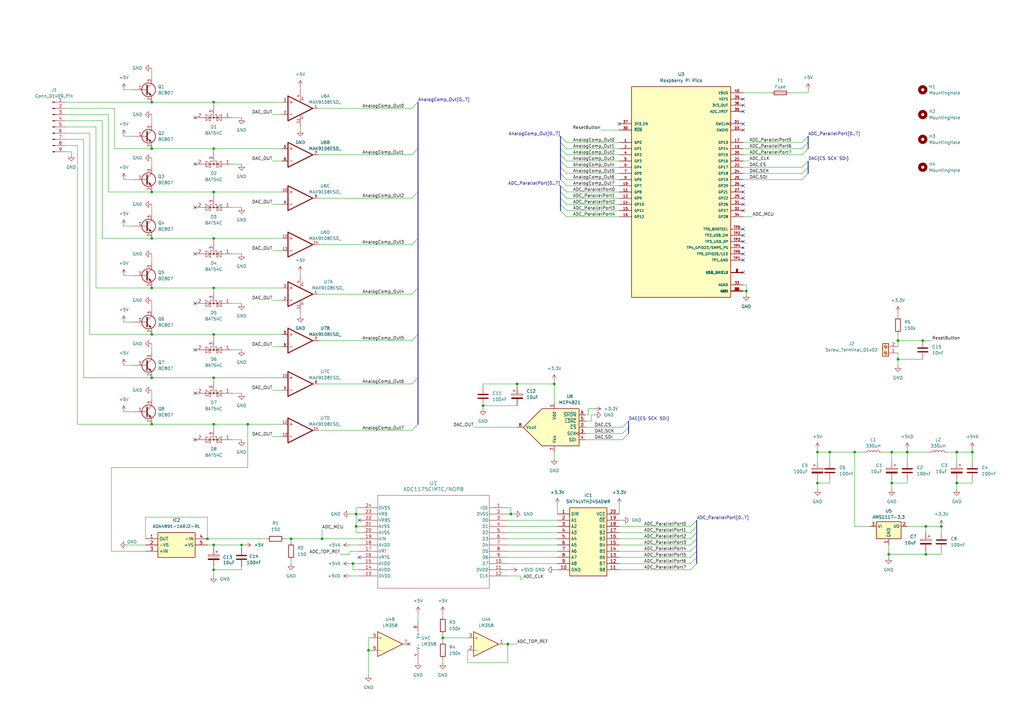
<source format=kicad_sch>
(kicad_sch (version 20230121) (generator eeschema)
  (paper "A3")
  (lib_symbols
    (symbol "ADA4891-1ARJZ-RL:ADA4891-1ARJZ-RL"
      (property "Reference" "IC" (at 21.59 7.62 0))
      (property "Value" "ADA4891-1ARJZ-RL" (at 21.59 5.08 0))
      (symbol "ADA4891-1ARJZ-RL_1_1"
        (pin passive line (at 0 0 0) (length 5.08) (name "OUT") (number "1"))
        (pin passive line (at 0 -2.54 0) (length 5.08) (name "-VS") (number "2"))
        (pin passive line (at 0 -5.08 0) (length 5.08) (name "+IN") (number "3"))
        (pin passive line (at 25.4 0 180) (length 5.08) (name "-IN") (number "4"))
        (pin passive line (at 25.4 -2.54 180) (length 5.08) (name "+VS") (number "5"))
      )
    )
    (symbol "ADC1175CIMTC-NOPB:ADC1175CIMTC_NOPB" (pin_names (offset 0.254))
      (property "Reference" "U" (at 30.48 10.16 0))
      (property "Value" "ADC1175CIMTC/NOPB" (at 30.48 7.62 0))
      (symbol "ADC1175CIMTC_NOPB_0_1"
        (pin input line (at 0 0 0) (length 7.62) (name "~OE") (number "1"))
        (pin output line (at 0 -22.86 0) (length 7.62) (name "D7") (number "10"))
        (pin power_in line (at 0 -25.4 0) (length 7.62) (name "DVDD") (number "11"))
        (pin input line (at 0 -27.94 0) (length 7.62) (name "CLK") (number "12"))
        (pin power_in line (at 60.96 -27.94 180) (length 7.62) (name "DVDD") (number "13"))
        (pin power_in line (at 60.96 -25.4 180) (length 7.62) (name "AVDD") (number "14"))
        (pin power_in line (at 60.96 -22.86 180) (length 7.62) (name "AVDD") (number "15"))
        (pin passive line (at 60.96 -20.32 180) (length 7.62) (name "VRTS") (number "16"))
        (pin input line (at 60.96 -17.78 180) (length 7.62) (name "VRT") (number "17"))
        (pin power_in line (at 60.96 -15.24 180) (length 7.62) (name "AVDD") (number "18"))
        (pin input line (at 60.96 -12.7 180) (length 7.62) (name "VIN") (number "19"))
        (pin power_in line (at 0 -2.54 0) (length 7.62) (name "DVSS") (number "2"))
        (pin power_in line (at 60.96 -10.16 180) (length 7.62) (name "AVSS") (number "20"))
        (pin power_in line (at 60.96 -7.62 180) (length 7.62) (name "AVSS") (number "21"))
        (pin passive line (at 60.96 -5.08 180) (length 7.62) (name "VRBS") (number "22"))
        (pin input line (at 60.96 -2.54 180) (length 7.62) (name "VRB") (number "23"))
        (pin power_in line (at 60.96 0 180) (length 7.62) (name "DVSS") (number "24"))
        (pin output line (at 0 -5.08 0) (length 7.62) (name "D0") (number "3"))
        (pin output line (at 0 -7.62 0) (length 7.62) (name "D1") (number "4"))
        (pin output line (at 0 -10.16 0) (length 7.62) (name "D2") (number "5"))
        (pin output line (at 0 -12.7 0) (length 7.62) (name "D3") (number "6"))
        (pin output line (at 0 -15.24 0) (length 7.62) (name "D4") (number "7"))
        (pin output line (at 0 -17.78 0) (length 7.62) (name "D5") (number "8"))
        (pin output line (at 0 -20.32 0) (length 7.62) (name "D6") (number "9"))
      )
    )
    (symbol "Amplifier_Operational:LM358" (pin_names (offset 0.127))
      (property "Reference" "U" (at 0 5.08 0))
      (property "Value" "LM358" (at 0 -5.08 0))
      (symbol "LM358_1_1"
        (pin output line (at 7.62 0 180) (length 2.54) (name "~") (number "1"))
        (pin input line (at -7.62 -2.54 0) (length 2.54) (name "-") (number "2"))
        (pin input line (at -7.62 2.54 0) (length 2.54) (name "+") (number "3"))
      )
      (symbol "LM358_2_1"
        (pin input line (at -7.62 2.54 0) (length 2.54) (name "+") (number "5"))
        (pin input line (at -7.62 -2.54 0) (length 2.54) (name "-") (number "6"))
        (pin output line (at 7.62 0 180) (length 2.54) (name "~") (number "7"))
      )
      (symbol "LM358_3_1"
        (pin power_in line (at -2.54 -7.62 90) (length 3.81) (name "V-") (number "4"))
        (pin power_in line (at -2.54 7.62 270) (length 3.81) (name "V+") (number "8"))
      )
    )
    (symbol "Analog_DAC:MCP4821" (pin_names (offset 1.016))
      (property "Reference" "U" (at 1.27 10.795 0))
      (property "Value" "MCP4821" (at 1.27 8.89 0))
      (symbol "MCP4821_1_1"
        (pin power_in line (at 0 10.16 270) (length 2.54) (name "Vdd") (number "1"))
        (pin input line (at -12.7 0 0) (length 2.54) (name "~{CS}") (number "2"))
        (pin input clock (at -12.7 -2.54 0) (length 2.54) (name "SCK") (number "3"))
        (pin input line (at -12.7 -5.08 0) (length 2.54) (name "SDI") (number "4"))
        (pin input line (at -12.7 2.54 0) (length 2.54) (name "~{LDAC}") (number "5"))
        (pin input line (at -12.7 5.08 0) (length 2.54) (name "~{SHDN}") (number "6"))
        (pin power_in line (at 0 -10.16 90) (length 2.54) (name "Vss") (number "7"))
        (pin output line (at 15.24 0 180) (length 2.54) (name "Vout") (number "8"))
      )
    )
    (symbol "Connector:Conn_01x09_Pin" (pin_names (offset 1.016) hide)
      (property "Reference" "J" (at 0 12.7 0))
      (property "Value" "Conn_01x09_Pin" (at 0 -12.7 0))
      (symbol "Conn_01x09_Pin_1_1"
        (pin passive line (at 5.08 10.16 180) (length 3.81) (name "Pin_1") (number "1"))
        (pin passive line (at 5.08 7.62 180) (length 3.81) (name "Pin_2") (number "2"))
        (pin passive line (at 5.08 5.08 180) (length 3.81) (name "Pin_3") (number "3"))
        (pin passive line (at 5.08 2.54 180) (length 3.81) (name "Pin_4") (number "4"))
        (pin passive line (at 5.08 0 180) (length 3.81) (name "Pin_5") (number "5"))
        (pin passive line (at 5.08 -2.54 180) (length 3.81) (name "Pin_6") (number "6"))
        (pin passive line (at 5.08 -5.08 180) (length 3.81) (name "Pin_7") (number "7"))
        (pin passive line (at 5.08 -7.62 180) (length 3.81) (name "Pin_8") (number "8"))
        (pin passive line (at 5.08 -10.16 180) (length 3.81) (name "Pin_9") (number "9"))
      )
    )
    (symbol "Connector:Screw_Terminal_01x02" (pin_names (offset 1.016) hide)
      (property "Reference" "J" (at 0 2.54 0))
      (property "Value" "Screw_Terminal_01x02" (at 0 -5.08 0))
      (symbol "Screw_Terminal_01x02_1_1"
        (pin passive line (at -5.08 0 0) (length 3.81) (name "Pin_1") (number "1"))
        (pin passive line (at -5.08 -2.54 0) (length 3.81) (name "Pin_2") (number "2"))
      )
    )
    (symbol "Device:C" (pin_numbers hide) (pin_names (offset 0.254))
      (property "Reference" "C" (at 0.635 2.54 0))
      (property "Value" "C" (at 0.635 -2.54 0))
      (symbol "C_1_1"
        (pin passive line (at 0 3.81 270) (length 2.794) (name "~") (number "1"))
        (pin passive line (at 0 -3.81 90) (length 2.794) (name "~") (number "2"))
      )
    )
    (symbol "Device:C_Polarized" (pin_numbers hide) (pin_names (offset 0.254))
      (property "Reference" "C" (at 0.635 2.54 0))
      (property "Value" "C_Polarized" (at 0.635 -2.54 0))
      (symbol "C_Polarized_1_1"
        (pin passive line (at 0 3.81 270) (length 2.794) (name "~") (number "1"))
        (pin passive line (at 0 -3.81 90) (length 2.794) (name "~") (number "2"))
      )
    )
    (symbol "Device:Fuse" (pin_numbers hide) (pin_names (offset 0))
      (property "Reference" "F" (at 2.032 0 90))
      (property "Value" "Fuse" (at -1.905 0 90))
      (symbol "Fuse_1_1"
        (pin passive line (at 0 3.81 270) (length 1.27) (name "~") (number "1"))
        (pin passive line (at 0 -3.81 90) (length 1.27) (name "~") (number "2"))
      )
    )
    (symbol "Device:L" (pin_numbers hide) (pin_names (offset 1.016) hide)
      (property "Reference" "L" (at -1.27 0 90))
      (property "Value" "L" (at 1.905 0 90))
      (symbol "L_1_1"
        (pin passive line (at 0 3.81 270) (length 1.27) (name "1") (number "1"))
        (pin passive line (at 0 -3.81 90) (length 1.27) (name "2") (number "2"))
      )
    )
    (symbol "Device:R" (pin_numbers hide) (pin_names (offset 0))
      (property "Reference" "R" (at 2.032 0 90))
      (property "Value" "R" (at 0 0 90))
      (symbol "R_1_1"
        (pin passive line (at 0 3.81 270) (length 1.27) (name "~") (number "1"))
        (pin passive line (at 0 -3.81 90) (length 1.27) (name "~") (number "2"))
      )
    )
    (symbol "Diode:BAT54C" (pin_names (offset 1.016))
      (property "Reference" "D" (at 0.635 -3.81 0))
      (property "Value" "BAT54C" (at -6.35 3.175 0))
      (symbol "BAT54C_1_1"
        (pin passive line (at -7.62 0 0) (length 3.81) (name "~") (number "1"))
        (pin passive line (at 7.62 0 180) (length 3.81) (name "~") (number "2"))
        (pin passive line (at 0 -5.08 90) (length 5.08) (name "~") (number "3"))
      )
    )
    (symbol "MAX9108ESD_:MAX9108ESD_" (pin_names (offset 1.016))
      (property "Reference" "U" (at 2.54 3.175 0))
      (property "Value" "MAX9108ESD_" (at 2.54 -5.08 0))
      (symbol "MAX9108ESD__1_0"
        (text "V+" (at 1.27 3.175 900) (effects (font (size 0.8128 0.8128)) (justify left bottom)))
        (text "V-" (at 1.27 -4.445 900) (effects (font (size 0.8128 0.8128)) (justify left bottom)))
        (pin output line (at 7.62 0 180) (length 2.54) (name "~") (number "1"))
        (pin power_in line (at 0 -7.62 90) (length 5.08) (name "~") (number "11"))
        (pin input line (at -7.62 -2.54 0) (length 2.54) (name "~") (number "2"))
        (pin input line (at -7.62 2.54 0) (length 2.54) (name "~") (number "3"))
        (pin power_in line (at 0 7.62 270) (length 5.08) (name "~") (number "4"))
      )
      (symbol "MAX9108ESD__2_0"
        (pin input line (at -7.62 2.54 0) (length 2.54) (name "~") (number "5"))
        (pin input line (at -7.62 -2.54 0) (length 2.54) (name "~") (number "6"))
        (pin output line (at 7.62 0 180) (length 2.54) (name "~") (number "7"))
      )
      (symbol "MAX9108ESD__3_0"
        (pin input line (at -7.62 2.54 0) (length 2.54) (name "~") (number "10"))
        (pin output line (at 7.62 0 180) (length 2.54) (name "~") (number "8"))
        (pin input line (at -7.62 -2.54 0) (length 2.54) (name "~") (number "9"))
      )
      (symbol "MAX9108ESD__4_0"
        (pin input line (at -7.62 2.54 0) (length 2.54) (name "~") (number "12"))
        (pin input line (at -7.62 -2.54 0) (length 2.54) (name "~") (number "13"))
        (pin output line (at 7.62 0 180) (length 2.54) (name "~") (number "14"))
      )
    )
    (symbol "Mechanical:MountingHole" (pin_names (offset 1.016))
      (property "Reference" "H" (at 0 5.08 0))
      (property "Value" "MountingHole" (at 0 3.175 0))
    )
    (symbol "Regulator_Linear:AMS1117-3.3"
      (property "Reference" "U" (at -3.81 3.175 0))
      (property "Value" "AMS1117-3.3" (at 0 3.175 0))
      (symbol "AMS1117-3.3_1_1"
        (pin power_in line (at 0 -7.62 90) (length 2.54) (name "GND") (number "1"))
        (pin power_out line (at 7.62 0 180) (length 2.54) (name "VO") (number "2"))
        (pin power_in line (at -7.62 0 0) (length 2.54) (name "VI") (number "3"))
      )
    )
    (symbol "SC0915:SC0915" (pin_names (offset 1.016))
      (property "Reference" "U" (at -20.32 44.069 0))
      (property "Value" "SC0915" (at -20.32 -45.72 0))
      (symbol "SC0915_0_0"
        (pin bidirectional line (at -25.4 20.32 0) (length 5.08) (name "GP0") (number "1"))
        (pin bidirectional line (at -25.4 2.54 0) (length 5.08) (name "GP7") (number "10"))
        (pin bidirectional line (at -25.4 0 0) (length 5.08) (name "GP8") (number "11"))
        (pin bidirectional line (at -25.4 -2.54 0) (length 5.08) (name "GP9") (number "12"))
        (pin power_in line (at 25.4 -40.64 180) (length 5.08) (name "GND") (number "13"))
        (pin bidirectional line (at -25.4 -5.08 0) (length 5.08) (name "GP10") (number "14"))
        (pin bidirectional line (at -25.4 -7.62 0) (length 5.08) (name "GP11") (number "15"))
        (pin bidirectional line (at -25.4 -10.16 0) (length 5.08) (name "GP12") (number "16"))
        (pin bidirectional line (at 25.4 20.32 180) (length 5.08) (name "GP13") (number "17"))
        (pin power_in line (at 25.4 -40.64 180) (length 5.08) (name "GND") (number "18"))
        (pin bidirectional line (at 25.4 17.78 180) (length 5.08) (name "GP14") (number "19"))
        (pin bidirectional line (at -25.4 17.78 0) (length 5.08) (name "GP1") (number "2"))
        (pin bidirectional line (at 25.4 15.24 180) (length 5.08) (name "GP15") (number "20"))
        (pin bidirectional line (at 25.4 12.7 180) (length 5.08) (name "GP16") (number "21"))
        (pin bidirectional line (at 25.4 10.16 180) (length 5.08) (name "GP17") (number "22"))
        (pin power_in line (at 25.4 -40.64 180) (length 5.08) (name "GND") (number "23"))
        (pin bidirectional line (at 25.4 7.62 180) (length 5.08) (name "GP18") (number "24"))
        (pin bidirectional line (at 25.4 5.08 180) (length 5.08) (name "GP19") (number "25"))
        (pin bidirectional line (at 25.4 2.54 180) (length 5.08) (name "GP20") (number "26"))
        (pin bidirectional line (at 25.4 0 180) (length 5.08) (name "GP21") (number "27"))
        (pin power_in line (at 25.4 -40.64 180) (length 5.08) (name "GND") (number "28"))
        (pin bidirectional line (at 25.4 -2.54 180) (length 5.08) (name "GP22") (number "29"))
        (pin power_in line (at 25.4 -40.64 180) (length 5.08) (name "GND") (number "3"))
        (pin input line (at -25.4 25.4 0) (length 5.08) (name "~{RUN}") (number "30"))
        (pin bidirectional line (at 25.4 -5.08 180) (length 5.08) (name "GP26") (number "31"))
        (pin bidirectional line (at 25.4 -7.62 180) (length 5.08) (name "GP27") (number "32"))
        (pin power_in line (at 25.4 -38.1 180) (length 5.08) (name "AGND") (number "33"))
        (pin bidirectional line (at 25.4 -10.16 180) (length 5.08) (name "GP28") (number "34"))
        (pin power_in line (at 25.4 33.02 180) (length 5.08) (name "ADC_VREF") (number "35"))
        (pin power_in line (at 25.4 35.56 180) (length 5.08) (name "3V3_OUT") (number "36"))
        (pin input line (at -25.4 27.94 0) (length 5.08) (name "3V3_EN") (number "37"))
        (pin power_in line (at 25.4 -40.64 180) (length 5.08) (name "GND") (number "38"))
        (pin power_in line (at 25.4 38.1 180) (length 5.08) (name "VSYS") (number "39"))
        (pin bidirectional line (at -25.4 15.24 0) (length 5.08) (name "GP2") (number "4"))
        (pin power_in line (at 25.4 40.64 180) (length 5.08) (name "VBUS") (number "40"))
        (pin bidirectional line (at -25.4 12.7 0) (length 5.08) (name "GP3") (number "5"))
        (pin bidirectional line (at -25.4 10.16 0) (length 5.08) (name "GP4") (number "6"))
        (pin bidirectional line (at -25.4 7.62 0) (length 5.08) (name "GP5") (number "7"))
        (pin power_in line (at 25.4 -40.64 180) (length 5.08) (name "GND") (number "8"))
        (pin bidirectional line (at -25.4 5.08 0) (length 5.08) (name "GP6") (number "9"))
        (pin power_in line (at 25.4 -33.02 180) (length 5.08) (name "USB_SHIELD") (number "A"))
        (pin power_in line (at 25.4 -33.02 180) (length 5.08) (name "USB_SHIELD") (number "B"))
        (pin power_in line (at 25.4 -33.02 180) (length 5.08) (name "USB_SHIELD") (number "C"))
        (pin power_in line (at 25.4 -33.02 180) (length 5.08) (name "USB_SHIELD") (number "D"))
        (pin input clock (at 25.4 27.94 180) (length 5.08) (name "SWCLK") (number "D1"))
        (pin power_in line (at 25.4 -40.64 180) (length 5.08) (name "GND") (number "D2"))
        (pin bidirectional line (at 25.4 25.4 180) (length 5.08) (name "SWDIO") (number "D3"))
        (pin power_in line (at 25.4 -27.94 180) (length 5.08) (name "TP1_GND") (number "TP1"))
        (pin bidirectional line (at 25.4 -17.78 180) (length 5.08) (name "TP2_USB_DM") (number "TP2"))
        (pin bidirectional line (at 25.4 -20.32 180) (length 5.08) (name "TP3_USB_DP") (number "TP3"))
        (pin no_connect line (at 25.4 -22.86 180) (length 5.08) (name "TP4_GPIO23/SMPS_PS") (number "TP4"))
        (pin output line (at 25.4 -25.4 180) (length 5.08) (name "TP5_GPIO25/LED") (number "TP5"))
        (pin input line (at 25.4 -15.24 180) (length 5.08) (name "TP6_BOOTSEL") (number "TP6"))
      )
    )
    (symbol "SN74LVTH245ADWR:SN74LVTH245ADWR"
      (property "Reference" "IC" (at 21.59 7.62 0))
      (property "Value" "SN74LVTH245ADWR" (at 21.59 5.08 0))
      (symbol "SN74LVTH245ADWR_1_1"
        (pin passive line (at 0 0 0) (length 5.08) (name "DIR") (number "1"))
        (pin passive line (at 0 -22.86 0) (length 5.08) (name "GND") (number "10"))
        (pin passive line (at 25.4 -22.86 180) (length 5.08) (name "B8") (number "11"))
        (pin passive line (at 25.4 -20.32 180) (length 5.08) (name "B7") (number "12"))
        (pin passive line (at 25.4 -17.78 180) (length 5.08) (name "B6") (number "13"))
        (pin passive line (at 25.4 -15.24 180) (length 5.08) (name "B5") (number "14"))
        (pin passive line (at 25.4 -12.7 180) (length 5.08) (name "B4") (number "15"))
        (pin passive line (at 25.4 -10.16 180) (length 5.08) (name "B3") (number "16"))
        (pin passive line (at 25.4 -7.62 180) (length 5.08) (name "B2") (number "17"))
        (pin passive line (at 25.4 -5.08 180) (length 5.08) (name "B1") (number "18"))
        (pin passive line (at 25.4 -2.54 180) (length 5.08) (name "~{OE}") (number "19"))
        (pin passive line (at 0 -2.54 0) (length 5.08) (name "A1") (number "2"))
        (pin passive line (at 25.4 0 180) (length 5.08) (name "VCC") (number "20"))
        (pin passive line (at 0 -5.08 0) (length 5.08) (name "A2") (number "3"))
        (pin passive line (at 0 -7.62 0) (length 5.08) (name "A3") (number "4"))
        (pin passive line (at 0 -10.16 0) (length 5.08) (name "A4") (number "5"))
        (pin passive line (at 0 -12.7 0) (length 5.08) (name "A5") (number "6"))
        (pin passive line (at 0 -15.24 0) (length 5.08) (name "A6") (number "7"))
        (pin passive line (at 0 -17.78 0) (length 5.08) (name "A7") (number "8"))
        (pin passive line (at 0 -20.32 0) (length 5.08) (name "A8") (number "9"))
      )
    )
    (symbol "Transistor_BJT:BC807" (pin_names (offset 0) hide)
      (property "Reference" "Q" (at 5.08 1.905 0))
      (property "Value" "BC807" (at 5.08 0 0))
      (symbol "BC807_1_1"
        (pin input line (at -5.08 0 0) (length 5.715) (name "B") (number "1"))
        (pin passive line (at 2.54 -5.08 90) (length 2.54) (name "E") (number "2"))
        (pin passive line (at 2.54 5.08 270) (length 2.54) (name "C") (number "3"))
      )
    )
    (symbol "power:+3.3V" (power) (pin_names (offset 0))
      (property "Value" "+3.3V" (at 0 3.556 0))
      (symbol "+3.3V_1_1"
        (pin power_in line (at 0 0 90) (length 0) hide (name "+3.3V") (number "1"))
      )
    )
    (symbol "power:+5V" (power) (pin_names (offset 0))
      (property "Value" "+5V" (at 0 3.556 0))
      (symbol "+5V_1_1"
        (pin power_in line (at 0 0 90) (length 0) hide (name "+5V") (number "1"))
      )
    )
    (symbol "power:+5VA" (power) (pin_names (offset 0))
      (property "Value" "+5VA" (at 0 3.556 0))
      (symbol "+5VA_1_1"
        (pin power_in line (at 0 0 90) (length 0) hide (name "+5VA") (number "1"))
      )
    )
    (symbol "power:+5VD" (power) (pin_names (offset 0))
      (property "Value" "+5VD" (at 0 3.556 0))
      (symbol "+5VD_1_1"
        (pin power_in line (at 0 0 90) (length 0) hide (name "+5VD") (number "1"))
      )
    )
    (symbol "power:GND" (power) (pin_names (offset 0))
      (property "Value" "GND" (at 0 -3.81 0))
      (symbol "GND_1_1"
        (pin power_in line (at 0 0 270) (length 0) hide (name "GND") (number "1"))
      )
    )
  )
  (junction (at 87.63 41.91))
  (junction (at 368.3 147.32))
  (junction (at 181.61 261.62))
  (junction (at 87.63 60.96))
  (junction (at 146.05 215.9))
  (junction (at 379.73 227.33))
  (junction (at 392.43 185.42))
  (junction (at 62.23 173.99))
  (junction (at 198.12 166.37))
  (junction (at 132.08 220.98))
  (junction (at 350.52 185.42))
  (junction (at 87.63 233.68))
  (junction (at 62.23 60.96))
  (junction (at 340.36 185.42))
  (junction (at 87.63 223.52))
  (junction (at 306.07 119.38))
  (junction (at 99.06 223.52))
  (junction (at 212.09 157.48))
  (junction (at 87.63 137.16))
  (junction (at 85.09 220.98))
  (junction (at 87.63 78.74))
  (junction (at 101.6 173.99))
  (junction (at 62.23 97.79))
  (junction (at 398.78 185.42))
  (junction (at 62.23 41.91))
  (junction (at 386.08 215.9))
  (junction (at 365.76 185.42))
  (junction (at 87.63 97.79))
  (junction (at 392.43 198.12))
  (junction (at 364.49 227.33))
  (junction (at 87.63 173.99))
  (junction (at 87.63 118.11))
  (junction (at 335.28 185.42))
  (junction (at 146.05 210.82))
  (junction (at 62.23 118.11))
  (junction (at 378.46 139.7))
  (junction (at 208.28 264.16))
  (junction (at 87.63 154.94))
  (junction (at 119.38 220.98))
  (junction (at 365.76 198.12))
  (junction (at 62.23 78.74))
  (junction (at 151.13 266.7))
  (junction (at 62.23 137.16))
  (junction (at 372.11 185.42))
  (junction (at 227.33 157.48))
  (junction (at 144.78 231.14))
  (junction (at 209.55 210.82))
  (junction (at 379.73 215.9))
  (junction (at 368.3 139.7))
  (junction (at 62.23 154.94))
  (junction (at 335.28 198.12))
  (no_connect (at 147.32 228.6))
  (no_connect (at 304.8 96.52))
  (no_connect (at 304.8 106.68))
  (no_connect (at 304.8 83.82))
  (no_connect (at 304.8 76.2))
  (no_connect (at 304.8 43.18))
  (no_connect (at 304.8 86.36))
  (no_connect (at 147.32 213.36))
  (no_connect (at 304.8 50.8))
  (no_connect (at 80.01 124.46))
  (no_connect (at 80.01 67.31))
  (no_connect (at 304.8 45.72))
  (no_connect (at 304.8 111.76))
  (no_connect (at 304.8 53.34))
  (no_connect (at 80.01 85.09))
  (no_connect (at 304.8 40.64))
  (no_connect (at 304.8 93.98))
  (no_connect (at 304.8 99.06))
  (no_connect (at 80.01 143.51))
  (no_connect (at 254 50.8))
  (no_connect (at 80.01 104.14))
  (no_connect (at 304.8 81.28))
  (no_connect (at 80.01 48.26))
  (no_connect (at 304.8 78.74))
  (no_connect (at 80.01 180.34))
  (no_connect (at 304.8 104.14))
  (no_connect (at 167.64 264.16))
  (no_connect (at 80.01 161.29))
  (bus_entry (at 257.81 172.72) (size -2.54 2.54))
  (bus_entry (at 257.81 177.8) (size -2.54 2.54))
  (bus_entry (at 229.87 71.12) (size 2.54 2.54))
  (bus_entry (at 285.75 220.98) (size -2.54 2.54))
  (bus_entry (at 171.45 60.96) (size -2.54 2.54))
  (bus_entry (at 229.87 78.74) (size 2.54 2.54))
  (bus_entry (at 331.47 60.96) (size -2.54 2.54))
  (bus_entry (at 171.45 154.94) (size -2.54 2.54))
  (bus_entry (at 331.47 58.42) (size -2.54 2.54))
  (bus_entry (at 331.47 55.88) (size -2.54 2.54))
  (bus_entry (at 171.45 173.99) (size -2.54 2.54))
  (bus_entry (at 285.75 223.52) (size -2.54 2.54))
  (bus_entry (at 331.47 68.58) (size -2.54 2.54))
  (bus_entry (at 229.87 55.88) (size 2.54 2.54))
  (bus_entry (at 229.87 68.58) (size 2.54 2.54))
  (bus_entry (at 285.75 218.44) (size -2.54 2.54))
  (bus_entry (at 171.45 137.16) (size -2.54 2.54))
  (bus_entry (at 229.87 66.04) (size 2.54 2.54))
  (bus_entry (at 285.75 226.06) (size -2.54 2.54))
  (bus_entry (at 229.87 83.82) (size 2.54 2.54))
  (bus_entry (at 229.87 86.36) (size 2.54 2.54))
  (bus_entry (at 171.45 78.74) (size -2.54 2.54))
  (bus_entry (at 229.87 58.42) (size 2.54 2.54))
  (bus_entry (at 171.45 97.79) (size -2.54 2.54))
  (bus_entry (at 285.75 228.6) (size -2.54 2.54))
  (bus_entry (at 171.45 118.11) (size -2.54 2.54))
  (bus_entry (at 171.45 41.91) (size -2.54 2.54))
  (bus_entry (at 285.75 215.9) (size -2.54 2.54))
  (bus_entry (at 257.81 175.26) (size -2.54 2.54))
  (bus_entry (at 229.87 81.28) (size 2.54 2.54))
  (bus_entry (at 285.75 213.36) (size -2.54 2.54))
  (bus_entry (at 229.87 63.5) (size 2.54 2.54))
  (bus_entry (at 229.87 76.2) (size 2.54 2.54))
  (bus_entry (at 331.47 71.12) (size -2.54 2.54))
  (bus_entry (at 285.75 231.14) (size -2.54 2.54))
  (bus_entry (at 229.87 60.96) (size 2.54 2.54))
  (bus_entry (at 229.87 73.66) (size 2.54 2.54))
  (bus_entry (at 331.47 66.04) (size -2.54 2.54))
  (wire (pts (xy 208.28 271.78) (xy 208.28 264.16)))
  (wire (pts (xy 130.81 81.28) (xy 168.91 81.28)))
  (wire (pts (xy 87.63 41.91) (xy 115.57 41.91)))
  (wire (pts (xy 31.75 173.99) (xy 31.75 59.69)))
  (wire (pts (xy 304.8 58.42) (xy 328.93 58.42)))
  (wire (pts (xy 62.23 104.14) (xy 62.23 107.95)))
  (wire (pts (xy 228.6 207.01) (xy 228.6 210.82)))
  (wire (pts (xy 331.47 36.83) (xy 331.47 38.1)))
  (wire (pts (xy 254 213.36) (xy 255.27 213.36)))
  (wire (pts (xy 254 207.01) (xy 254 210.82)))
  (wire (pts (xy 365.76 185.42) (xy 365.76 189.23)))
  (wire (pts (xy 254 233.68) (xy 283.21 233.68)))
  (wire (pts (xy 85.09 212.09) (xy 59.69 212.09)))
  (bus (pts (xy 285.75 228.6) (xy 285.75 231.14)))
  (wire (pts (xy 365.76 196.85) (xy 365.76 198.12)))
  (wire (pts (xy 181.61 270.51) (xy 181.61 271.78)))
  (wire (pts (xy 152.4 261.62) (xy 151.13 261.62)))
  (bus (pts (xy 285.75 220.98) (xy 285.75 223.52)))
  (wire (pts (xy 232.41 71.12) (xy 254 71.12)))
  (wire (pts (xy 59.69 212.09) (xy 59.69 220.98)))
  (wire (pts (xy 62.23 78.74) (xy 44.45 78.74)))
  (wire (pts (xy 45.72 191.77) (xy 45.72 226.06)))
  (wire (pts (xy 29.21 62.23) (xy 26.67 62.23)))
  (wire (pts (xy 143.51 236.22) (xy 147.32 236.22)))
  (wire (pts (xy 146.05 215.9) (xy 146.05 210.82)))
  (wire (pts (xy 227.33 185.42) (xy 227.33 187.96)))
  (bus (pts (xy 171.45 137.16) (xy 171.45 154.94)))
  (wire (pts (xy 232.41 66.04) (xy 254 66.04)))
  (wire (pts (xy 116.84 220.98) (xy 119.38 220.98)))
  (wire (pts (xy 350.52 185.42) (xy 354.33 185.42)))
  (wire (pts (xy 46.99 60.96) (xy 46.99 44.45)))
  (wire (pts (xy 99.06 233.68) (xy 87.63 233.68)))
  (wire (pts (xy 242.57 170.18) (xy 242.57 172.72)))
  (wire (pts (xy 111.76 142.24) (xy 115.57 142.24)))
  (wire (pts (xy 87.63 118.11) (xy 115.57 118.11)))
  (wire (pts (xy 62.23 118.11) (xy 39.37 118.11)))
  (wire (pts (xy 306.07 119.38) (xy 304.8 119.38)))
  (wire (pts (xy 147.32 233.68) (xy 144.78 233.68)))
  (wire (pts (xy 304.8 63.5) (xy 328.93 63.5)))
  (wire (pts (xy 36.83 137.16) (xy 36.83 54.61)))
  (bus (pts (xy 171.45 60.96) (xy 171.45 78.74)))
  (wire (pts (xy 132.08 217.17) (xy 132.08 220.98)))
  (wire (pts (xy 232.41 78.74) (xy 254 78.74)))
  (wire (pts (xy 62.23 118.11) (xy 87.63 118.11)))
  (bus (pts (xy 171.45 97.79) (xy 171.45 118.11)))
  (wire (pts (xy 304.8 60.96) (xy 328.93 60.96)))
  (wire (pts (xy 198.12 158.75) (xy 198.12 157.48)))
  (wire (pts (xy 232.41 58.42) (xy 254 58.42)))
  (wire (pts (xy 95.25 104.14) (xy 99.06 104.14)))
  (wire (pts (xy 392.43 196.85) (xy 392.43 198.12)))
  (wire (pts (xy 50.8 149.86) (xy 54.61 149.86)))
  (wire (pts (xy 50.8 168.91) (xy 54.61 168.91)))
  (wire (pts (xy 398.78 189.23) (xy 398.78 185.42)))
  (wire (pts (xy 379.73 226.06) (xy 379.73 227.33)))
  (wire (pts (xy 364.49 223.52) (xy 364.49 227.33)))
  (wire (pts (xy 87.63 137.16) (xy 87.63 138.43)))
  (wire (pts (xy 130.81 176.53) (xy 168.91 176.53)))
  (wire (pts (xy 59.69 226.06) (xy 45.72 226.06)))
  (wire (pts (xy 386.08 218.44) (xy 386.08 215.9)))
  (wire (pts (xy 87.63 223.52) (xy 99.06 223.52)))
  (wire (pts (xy 26.67 41.91) (xy 62.23 41.91)))
  (wire (pts (xy 87.63 233.68) (xy 87.63 232.41)))
  (wire (pts (xy 307.34 66.04) (xy 304.8 66.04)))
  (wire (pts (xy 372.11 198.12) (xy 365.76 198.12)))
  (wire (pts (xy 209.55 208.28) (xy 209.55 210.82)))
  (wire (pts (xy 368.3 137.16) (xy 368.3 139.7)))
  (bus (pts (xy 285.75 213.36) (xy 285.75 215.9)))
  (wire (pts (xy 340.36 185.42) (xy 350.52 185.42)))
  (wire (pts (xy 254 228.6) (xy 283.21 228.6)))
  (wire (pts (xy 208.28 220.98) (xy 228.6 220.98)))
  (wire (pts (xy 62.23 60.96) (xy 46.99 60.96)))
  (wire (pts (xy 304.8 68.58) (xy 328.93 68.58)))
  (wire (pts (xy 392.43 185.42) (xy 392.43 189.23)))
  (wire (pts (xy 87.63 233.68) (xy 87.63 236.22)))
  (wire (pts (xy 208.28 213.36) (xy 228.6 213.36)))
  (wire (pts (xy 181.61 261.62) (xy 191.77 261.62)))
  (wire (pts (xy 87.63 223.52) (xy 87.63 224.79)))
  (wire (pts (xy 392.43 198.12) (xy 398.78 198.12)))
  (wire (pts (xy 143.51 226.06) (xy 147.32 226.06)))
  (wire (pts (xy 119.38 229.87) (xy 119.38 231.14)))
  (bus (pts (xy 229.87 81.28) (xy 229.87 83.82)))
  (wire (pts (xy 386.08 226.06) (xy 386.08 227.33)))
  (wire (pts (xy 350.52 215.9) (xy 350.52 185.42)))
  (wire (pts (xy 208.28 226.06) (xy 228.6 226.06)))
  (wire (pts (xy 335.28 198.12) (xy 335.28 200.66)))
  (bus (pts (xy 257.81 172.72) (xy 257.81 175.26)))
  (wire (pts (xy 240.03 177.8) (xy 255.27 177.8)))
  (wire (pts (xy 130.81 100.33) (xy 168.91 100.33)))
  (wire (pts (xy 62.23 154.94) (xy 87.63 154.94)))
  (wire (pts (xy 151.13 261.62) (xy 151.13 266.7)))
  (wire (pts (xy 368.3 149.86) (xy 368.3 147.32)))
  (wire (pts (xy 232.41 63.5) (xy 254 63.5)))
  (wire (pts (xy 85.09 220.98) (xy 109.22 220.98)))
  (wire (pts (xy 62.23 173.99) (xy 87.63 173.99)))
  (wire (pts (xy 87.63 154.94) (xy 115.57 154.94)))
  (wire (pts (xy 130.81 157.48) (xy 168.91 157.48)))
  (wire (pts (xy 130.81 139.7) (xy 168.91 139.7)))
  (wire (pts (xy 227.33 233.68) (xy 228.6 233.68)))
  (wire (pts (xy 95.25 180.34) (xy 99.06 180.34)))
  (wire (pts (xy 254 223.52) (xy 283.21 223.52)))
  (wire (pts (xy 232.41 76.2) (xy 254 76.2)))
  (wire (pts (xy 95.25 67.31) (xy 99.06 67.31)))
  (wire (pts (xy 254 226.06) (xy 283.21 226.06)))
  (wire (pts (xy 147.32 208.28) (xy 146.05 208.28)))
  (wire (pts (xy 62.23 46.99) (xy 62.23 50.8)))
  (wire (pts (xy 232.41 88.9) (xy 254 88.9)))
  (wire (pts (xy 379.73 215.9) (xy 379.73 218.44)))
  (bus (pts (xy 229.87 83.82) (xy 229.87 86.36)))
  (wire (pts (xy 87.63 118.11) (xy 87.63 119.38)))
  (wire (pts (xy 240.03 175.26) (xy 255.27 175.26)))
  (bus (pts (xy 229.87 71.12) (xy 229.87 73.66)))
  (wire (pts (xy 62.23 78.74) (xy 87.63 78.74)))
  (bus (pts (xy 285.75 218.44) (xy 285.75 220.98)))
  (wire (pts (xy 340.36 185.42) (xy 340.36 189.23)))
  (wire (pts (xy 31.75 59.69) (xy 26.67 59.69)))
  (wire (pts (xy 232.41 81.28) (xy 254 81.28)))
  (wire (pts (xy 254 53.34) (xy 246.38 53.34)))
  (wire (pts (xy 340.36 196.85) (xy 340.36 198.12)))
  (wire (pts (xy 29.21 63.5) (xy 29.21 62.23)))
  (wire (pts (xy 62.23 137.16) (xy 36.83 137.16)))
  (wire (pts (xy 379.73 227.33) (xy 386.08 227.33)))
  (wire (pts (xy 99.06 224.79) (xy 99.06 223.52)))
  (wire (pts (xy 194.31 175.26) (xy 212.09 175.26)))
  (wire (pts (xy 87.63 173.99) (xy 87.63 175.26)))
  (wire (pts (xy 39.37 118.11) (xy 39.37 52.07)))
  (wire (pts (xy 34.29 57.15) (xy 26.67 57.15)))
  (wire (pts (xy 212.09 158.75) (xy 212.09 157.48)))
  (wire (pts (xy 368.3 147.32) (xy 378.46 147.32)))
  (wire (pts (xy 191.77 266.7) (xy 191.77 271.78)))
  (wire (pts (xy 144.78 231.14) (xy 147.32 231.14)))
  (wire (pts (xy 171.45 251.46) (xy 171.45 255.27)))
  (wire (pts (xy 111.76 102.87) (xy 115.57 102.87)))
  (wire (pts (xy 242.57 170.18) (xy 243.84 170.18)))
  (wire (pts (xy 198.12 166.37) (xy 198.12 167.64)))
  (wire (pts (xy 304.8 88.9) (xy 308.61 88.9)))
  (wire (pts (xy 95.25 161.29) (xy 99.06 161.29)))
  (bus (pts (xy 229.87 76.2) (xy 229.87 78.74)))
  (wire (pts (xy 181.61 261.62) (xy 181.61 262.89)))
  (wire (pts (xy 130.81 44.45) (xy 168.91 44.45)))
  (wire (pts (xy 36.83 54.61) (xy 26.67 54.61)))
  (wire (pts (xy 398.78 185.42) (xy 398.78 184.15)))
  (wire (pts (xy 146.05 210.82) (xy 147.32 210.82)))
  (bus (pts (xy 229.87 63.5) (xy 229.87 66.04)))
  (bus (pts (xy 171.45 41.91) (xy 171.45 60.96)))
  (wire (pts (xy 50.8 92.71) (xy 54.61 92.71)))
  (wire (pts (xy 123.19 52.07) (xy 123.19 53.34)))
  (wire (pts (xy 368.3 139.7) (xy 378.46 139.7)))
  (wire (pts (xy 361.95 185.42) (xy 365.76 185.42)))
  (wire (pts (xy 232.41 60.96) (xy 254 60.96)))
  (wire (pts (xy 95.25 124.46) (xy 99.06 124.46)))
  (wire (pts (xy 209.55 210.82) (xy 210.82 210.82)))
  (wire (pts (xy 304.8 73.66) (xy 328.93 73.66)))
  (bus (pts (xy 171.45 118.11) (xy 171.45 137.16)))
  (bus (pts (xy 229.87 55.88) (xy 229.87 58.42)))
  (wire (pts (xy 191.77 271.78) (xy 208.28 271.78)))
  (wire (pts (xy 123.19 111.76) (xy 123.19 113.03)))
  (wire (pts (xy 132.08 220.98) (xy 147.32 220.98)))
  (bus (pts (xy 229.87 60.96) (xy 229.87 63.5)))
  (wire (pts (xy 335.28 184.15) (xy 335.28 185.42)))
  (wire (pts (xy 368.3 144.78) (xy 368.3 147.32)))
  (wire (pts (xy 123.19 35.56) (xy 123.19 36.83)))
  (wire (pts (xy 62.23 154.94) (xy 34.29 154.94)))
  (wire (pts (xy 368.3 142.24) (xy 368.3 139.7)))
  (wire (pts (xy 50.8 113.03) (xy 54.61 113.03)))
  (wire (pts (xy 95.25 48.26) (xy 99.06 48.26)))
  (wire (pts (xy 87.63 154.94) (xy 87.63 156.21)))
  (wire (pts (xy 143.51 223.52) (xy 147.32 223.52)))
  (wire (pts (xy 101.6 173.99) (xy 115.57 173.99)))
  (bus (pts (xy 331.47 68.58) (xy 331.47 71.12)))
  (wire (pts (xy 212.09 157.48) (xy 227.33 157.48)))
  (wire (pts (xy 306.07 116.84) (xy 306.07 119.38)))
  (wire (pts (xy 227.33 157.48) (xy 227.33 165.1)))
  (wire (pts (xy 50.8 55.88) (xy 54.61 55.88)))
  (wire (pts (xy 50.8 132.08) (xy 54.61 132.08)))
  (wire (pts (xy 232.41 86.36) (xy 254 86.36)))
  (wire (pts (xy 143.51 231.14) (xy 144.78 231.14)))
  (wire (pts (xy 41.91 49.53) (xy 26.67 49.53)))
  (wire (pts (xy 208.28 233.68) (xy 209.55 233.68)))
  (wire (pts (xy 241.3 167.64) (xy 241.3 170.18)))
  (wire (pts (xy 382.27 139.7) (xy 378.46 139.7)))
  (bus (pts (xy 229.87 68.58) (xy 229.87 71.12)))
  (bus (pts (xy 331.47 55.88) (xy 331.47 58.42)))
  (wire (pts (xy 232.41 68.58) (xy 254 68.58)))
  (wire (pts (xy 62.23 160.02) (xy 62.23 163.83)))
  (wire (pts (xy 304.8 38.1) (xy 316.23 38.1)))
  (wire (pts (xy 398.78 198.12) (xy 398.78 196.85)))
  (wire (pts (xy 208.28 231.14) (xy 228.6 231.14)))
  (wire (pts (xy 208.28 215.9) (xy 228.6 215.9)))
  (wire (pts (xy 335.28 196.85) (xy 335.28 198.12)))
  (wire (pts (xy 46.99 44.45) (xy 26.67 44.45)))
  (bus (pts (xy 229.87 58.42) (xy 229.87 60.96)))
  (wire (pts (xy 146.05 208.28) (xy 146.05 210.82)))
  (wire (pts (xy 41.91 97.79) (xy 41.91 49.53)))
  (wire (pts (xy 62.23 64.77) (xy 62.23 68.58)))
  (wire (pts (xy 111.76 66.04) (xy 115.57 66.04)))
  (wire (pts (xy 240.03 180.34) (xy 255.27 180.34)))
  (wire (pts (xy 208.28 223.52) (xy 228.6 223.52)))
  (wire (pts (xy 59.69 223.52) (xy 52.07 223.52)))
  (wire (pts (xy 87.63 78.74) (xy 115.57 78.74)))
  (bus (pts (xy 229.87 78.74) (xy 229.87 81.28)))
  (wire (pts (xy 254 215.9) (xy 283.21 215.9)))
  (wire (pts (xy 62.23 137.16) (xy 87.63 137.16)))
  (wire (pts (xy 87.63 137.16) (xy 115.57 137.16)))
  (wire (pts (xy 213.36 237.49) (xy 214.63 237.49)))
  (wire (pts (xy 99.06 223.52) (xy 100.33 223.52)))
  (wire (pts (xy 208.28 264.16) (xy 207.01 264.16)))
  (wire (pts (xy 45.72 191.77) (xy 101.6 191.77)))
  (wire (pts (xy 372.11 185.42) (xy 372.11 189.23)))
  (wire (pts (xy 111.76 46.99) (xy 115.57 46.99)))
  (wire (pts (xy 62.23 140.97) (xy 62.23 144.78)))
  (wire (pts (xy 101.6 173.99) (xy 101.6 191.77)))
  (wire (pts (xy 62.23 83.82) (xy 62.23 87.63)))
  (wire (pts (xy 241.3 167.64) (xy 243.84 167.64)))
  (wire (pts (xy 146.05 218.44) (xy 146.05 215.9)))
  (wire (pts (xy 62.23 41.91) (xy 87.63 41.91)))
  (bus (pts (xy 285.75 226.06) (xy 285.75 228.6)))
  (wire (pts (xy 372.11 185.42) (xy 372.11 184.15)))
  (wire (pts (xy 143.51 227.33) (xy 143.51 226.06)))
  (wire (pts (xy 379.73 215.9) (xy 372.11 215.9)))
  (bus (pts (xy 285.75 215.9) (xy 285.75 218.44)))
  (wire (pts (xy 62.23 27.94) (xy 62.23 31.75)))
  (wire (pts (xy 365.76 185.42) (xy 372.11 185.42)))
  (wire (pts (xy 254 218.44) (xy 283.21 218.44)))
  (wire (pts (xy 392.43 198.12) (xy 392.43 200.66)))
  (wire (pts (xy 87.63 78.74) (xy 87.63 80.01)))
  (wire (pts (xy 304.8 116.84) (xy 306.07 116.84)))
  (wire (pts (xy 241.3 170.18) (xy 240.03 170.18)))
  (wire (pts (xy 232.41 83.82) (xy 254 83.82)))
  (wire (pts (xy 123.19 128.27) (xy 123.19 129.54)))
  (bus (pts (xy 229.87 66.04) (xy 229.87 68.58)))
  (bus (pts (xy 171.45 154.94) (xy 171.45 173.99)))
  (wire (pts (xy 392.43 185.42) (xy 398.78 185.42)))
  (wire (pts (xy 364.49 227.33) (xy 379.73 227.33)))
  (wire (pts (xy 62.23 173.99) (xy 31.75 173.99)))
  (bus (pts (xy 285.75 223.52) (xy 285.75 226.06)))
  (wire (pts (xy 130.81 63.5) (xy 168.91 63.5)))
  (wire (pts (xy 87.63 97.79) (xy 115.57 97.79)))
  (wire (pts (xy 368.3 128.27) (xy 368.3 129.54)))
  (wire (pts (xy 87.63 60.96) (xy 87.63 62.23)))
  (wire (pts (xy 139.7 227.33) (xy 143.51 227.33)))
  (bus (pts (xy 171.45 78.74) (xy 171.45 97.79)))
  (wire (pts (xy 242.57 172.72) (xy 240.03 172.72)))
  (wire (pts (xy 147.32 215.9) (xy 146.05 215.9)))
  (wire (pts (xy 323.85 38.1) (xy 331.47 38.1)))
  (wire (pts (xy 356.87 215.9) (xy 350.52 215.9)))
  (wire (pts (xy 95.25 85.09) (xy 99.06 85.09)))
  (wire (pts (xy 213.36 237.49) (xy 213.36 236.22)))
  (wire (pts (xy 152.4 266.7) (xy 151.13 266.7)))
  (wire (pts (xy 254 231.14) (xy 283.21 231.14)))
  (wire (pts (xy 87.63 173.99) (xy 101.6 173.99)))
  (wire (pts (xy 119.38 222.25) (xy 119.38 220.98)))
  (wire (pts (xy 95.25 143.51) (xy 99.06 143.51)))
  (wire (pts (xy 50.8 73.66) (xy 54.61 73.66)))
  (wire (pts (xy 50.8 36.83) (xy 54.61 36.83)))
  (wire (pts (xy 85.09 223.52) (xy 87.63 223.52)))
  (wire (pts (xy 335.28 185.42) (xy 335.28 189.23)))
  (wire (pts (xy 87.63 41.91) (xy 87.63 43.18)))
  (wire (pts (xy 99.06 233.68) (xy 99.06 232.41)))
  (wire (pts (xy 372.11 185.42) (xy 381 185.42)))
  (wire (pts (xy 85.09 220.98) (xy 85.09 212.09)))
  (wire (pts (xy 130.81 120.65) (xy 168.91 120.65)))
  (wire (pts (xy 208.28 228.6) (xy 228.6 228.6)))
  (wire (pts (xy 335.28 185.42) (xy 340.36 185.42)))
  (wire (pts (xy 151.13 266.7) (xy 151.13 276.86)))
  (wire (pts (xy 232.41 73.66) (xy 254 73.66)))
  (wire (pts (xy 87.63 97.79) (xy 87.63 99.06)))
  (wire (pts (xy 213.36 236.22) (xy 208.28 236.22)))
  (wire (pts (xy 87.63 60.96) (xy 115.57 60.96)))
  (wire (pts (xy 62.23 123.19) (xy 62.23 127)))
  (wire (pts (xy 254 220.98) (xy 283.21 220.98)))
  (wire (pts (xy 208.28 208.28) (xy 209.55 208.28)))
  (bus (pts (xy 331.47 66.04) (xy 331.47 68.58)))
  (wire (pts (xy 44.45 46.99) (xy 26.67 46.99)))
  (wire (pts (xy 198.12 166.37) (xy 212.09 166.37)))
  (wire (pts (xy 111.76 123.19) (xy 115.57 123.19)))
  (wire (pts (xy 171.45 270.51) (xy 171.45 271.78)))
  (wire (pts (xy 111.76 179.07) (xy 115.57 179.07)))
  (wire (pts (xy 306.07 120.65) (xy 306.07 119.38)))
  (wire (pts (xy 62.23 97.79) (xy 41.91 97.79)))
  (wire (pts (xy 181.61 251.46) (xy 181.61 252.73)))
  (wire (pts (xy 143.51 210.82) (xy 146.05 210.82)))
  (wire (pts (xy 365.76 198.12) (xy 365.76 200.66)))
  (wire (pts (xy 111.76 160.02) (xy 115.57 160.02)))
  (bus (pts (xy 331.47 58.42) (xy 331.47 60.96)))
  (bus (pts (xy 257.81 175.26) (xy 257.81 177.8)))
  (wire (pts (xy 144.78 233.68) (xy 144.78 231.14)))
  (wire (pts (xy 388.62 185.42) (xy 392.43 185.42)))
  (wire (pts (xy 372.11 196.85) (xy 372.11 198.12)))
  (wire (pts (xy 208.28 210.82) (xy 209.55 210.82)))
  (wire (pts (xy 208.28 218.44) (xy 228.6 218.44)))
  (wire (pts (xy 34.29 154.94) (xy 34.29 57.15)))
  (wire (pts (xy 198.12 157.48) (xy 212.09 157.48)))
  (wire (pts (xy 62.23 97.79) (xy 87.63 97.79)))
  (wire (pts (xy 386.08 215.9) (xy 379.73 215.9)))
  (wire (pts (xy 44.45 78.74) (xy 44.45 46.99)))
  (wire (pts (xy 181.61 260.35) (xy 181.61 261.62)))
  (wire (pts (xy 304.8 71.12) (xy 328.93 71.12)))
  (wire (pts (xy 340.36 198.12) (xy 335.28 198.12)))
  (wire (pts (xy 227.33 156.21) (xy 227.33 157.48)))
  (wire (pts (xy 39.37 52.07) (xy 26.67 52.07)))
  (wire (pts (xy 364.49 227.33) (xy 364.49 228.6)))
  (wire (pts (xy 119.38 220.98) (xy 132.08 220.98)))
  (wire (pts (xy 208.28 264.16) (xy 212.09 264.16)))
  (wire (pts (xy 62.23 60.96) (xy 87.63 60.96)))
  (wire (pts (xy 111.76 83.82) (xy 115.57 83.82)))
  (wire (pts (xy 147.32 218.44) (xy 146.05 218.44)))
  (label "ADC_ParallelPort7" (at 307.34 63.5 0))
  (label "ADC_ParallelPort4" (at 234.95 88.9 0))
  (label "ADC_ParallelPort6" (at 307.34 60.96 0))
  (label "ADC_MCU" (at 308.61 88.9 0))
  (label "AnalogComp_Out3" (at 148.59 100.33 0))
  (label "ResetButton" (at 246.38 53.34 180))
  (label "AnalogComp_Out4" (at 234.95 68.58 0))
  (label "DAC{CS SCK SDI}" (at 257.81 172.72 0))
  (label "ADC_ParallelPort7" (at 264.16 233.68 0))
  (label "DAC_OUT" (at 111.76 142.24 180))
  (label "ADC_ParallelPort4" (at 264.16 226.06 0))
  (label "DAC_OUT" (at 194.31 175.26 180))
  (label "AnalogComp_Out1" (at 234.95 60.96 0))
  (label "AnalogComp_Out7" (at 148.59 176.53 0))
  (label "DAC_OUT" (at 111.76 102.87 180))
  (label "DAC.CS" (at 243.84 175.26 0))
  (label "AnalogComp_Out[0..7]" (at 229.87 55.88 180))
  (label "AnalogComp_Out[0..7]" (at 171.45 41.91 0))
  (label "ADC_ParallelPort3" (at 234.95 86.36 0))
  (label "ADC_TOP_REF" (at 212.09 264.16 0))
  (label "DAC.CS" (at 307.34 68.58 0))
  (label "DAC_OUT" (at 111.76 46.99 180))
  (label "AnalogComp_Out5" (at 234.95 71.12 0))
  (label "AnalogComp_Out6" (at 148.59 157.48 0))
  (label "ADC_ParallelPort0" (at 234.95 78.74 0))
  (label "AnalogComp_Out2" (at 234.95 63.5 0))
  (label "ADC_CLK" (at 307.34 66.04 0))
  (label "DAC{CS SCK SDI}" (at 331.47 66.04 0))
  (label "AnalogComp_Out0" (at 234.95 58.42 0))
  (label "ADC_ParallelPort[0..7]" (at 285.75 213.36 0))
  (label "DAC_OUT" (at 111.76 83.82 180))
  (label "DAC_OUT" (at 111.76 179.07 180))
  (label "AnalogComp_Out6" (at 234.95 73.66 0))
  (label "ADC_CLK" (at 214.63 237.49 0))
  (label "ADC_ParallelPort1" (at 234.95 81.28 0))
  (label "AnalogComp_Out0" (at 148.59 44.45 0))
  (label "AnalogComp_Out1" (at 148.59 63.5 0))
  (label "ADC_ParallelPort2" (at 234.95 83.82 0))
  (label "ADC_MCU" (at 132.08 217.17 0))
  (label "DAC.SCK" (at 307.34 71.12 0))
  (label "DAC.SCK" (at 243.84 177.8 0))
  (label "DAC_OUT" (at 111.76 160.02 180))
  (label "ADC_TOP_REF" (at 139.7 227.33 180))
  (label "DAC_OUT" (at 111.76 66.04 180))
  (label "ADC_ParallelPort5" (at 307.34 58.42 0))
  (label "DAC_OUT" (at 111.76 123.19 180))
  (label "ADC_ParallelPort3" (at 264.16 223.52 0))
  (label "AnalogComp_Out4" (at 148.59 120.65 0))
  (label "ADC_ParallelPort6" (at 264.16 231.14 0))
  (label "ADC_ParallelPort2" (at 264.16 220.98 0))
  (label "AnalogComp_Out5" (at 148.59 139.7 0))
  (label "ADC_ParallelPort[0..7]" (at 229.87 76.2 180))
  (label "ADC_ParallelPort[0..7]" (at 331.47 55.88 0))
  (label "ResetButton" (at 382.27 139.7 0))
  (label "AnalogComp_Out7" (at 234.95 76.2 0))
  (label "ADC_ParallelPort0" (at 264.16 215.9 0))
  (label "AnalogComp_Out2" (at 148.59 81.28 0))
  (label "AnalogComp_Out3" (at 234.95 66.04 0))
  (label "ADC_ParallelPort5" (at 264.16 228.6 0))
  (label "ADC_ParallelPort1" (at 264.16 218.44 0))
  (label "DAC.SDI" (at 307.34 73.66 0))
  (label "DAC.SDI" (at 243.84 180.34 0))
  (symbol (lib_id "Device:C") (at 99.06 228.6 180) (unit 1)
    (property "Reference" "C14" (at 104.14 228.219 0))
    (property "Value" "100nF" (at 104.14 230.759 0))
    (property "Footprint" "Capacitor_SMD:C_0805_2012Metric_Pad1.18x1.45mm_HandSolder" (effects hide))
  )
  (symbol (lib_id "Transistor_BJT:BC807") (at 59.69 149.86 0) (unit 1)
    (property "Reference" "Q7" (at 64.77 148.59 0) (effects (justify left)))
    (property "Value" "BC807" (at 64.77 151.13 0) (effects (justify left)))
    (property "Footprint" "Package_TO_SOT_SMD:SOT-23" (effects hide))
    (property "Datasheet" "https://www.onsemi.com/pub/Collateral/BC808-D.pdf" (effects hide))
  )
  (symbol (lib_id "power:+5V") (at 331.47 36.83 0) (unit 1)
    (property "Reference" "#PWR06" (effects hide))
    (property "Value" "+5V" (at 331.47 31.75 0))
  )
  (symbol (lib_id "Diode:BAT54C") (at 87.63 124.46 180) (unit 1)
    (property "Reference" "D5" (at 87.63 128.27 0))
    (property "Value" "BAT54C" (at 87.63 130.81 0))
    (property "Footprint" "Package_TO_SOT_SMD:SOT-23" (effects hide))
    (property "Datasheet" "http://www.diodes.com/_files/datasheets/ds11005.pdf" (effects hide))
  )
  (symbol (lib_id "power:GND") (at 99.06 143.51 0) (unit 1)
    (property "Reference" "#PWR046" (effects hide))
    (property "Value" "GND" (at 99.06 148.59 0))
  )
  (symbol (lib_id "power:GND") (at 181.61 271.78 0) (unit 1)
    (property "Reference" "#PWR017" (effects hide))
    (property "Value" "GND" (at 181.61 276.86 0))
  )
  (symbol (lib_id "Diode:BAT54C") (at 87.63 143.51 180) (unit 1)
    (property "Reference" "D6" (at 87.63 147.32 0))
    (property "Value" "BAT54C" (at 87.63 149.86 0))
    (property "Footprint" "Package_TO_SOT_SMD:SOT-23" (effects hide))
    (property "Datasheet" "http://www.diodes.com/_files/datasheets/ds11005.pdf" (effects hide))
  )
  (symbol (lib_id "ADA4891-1ARJZ-RL:ADA4891-1ARJZ-RL") (at 59.69 220.98 0) (unit 1)
    (property "Reference" "IC2" (at 72.39 213.36 0))
    (property "Value" "ADA4891-1ARJZ-RL" (at 72.39 215.9 0))
    (property "Footprint" "SOT95P280X145-5N" (effects hide))
    (property "Datasheet" "https://componentsearchengine.com/Datasheets/1/ADA4891-1ARJZ-RL.pdf" (effects hide))
    (property "Height" "1.45" (effects hide))
    (property "Mouser Part Number" "584-ADA4891-1ARJZ-R" (effects hide))
    (property "Mouser Price/Stock" "https://www.mouser.co.uk/ProductDetail/Analog-Devices/ADA4891-1ARJZ-RL?qs=BpaRKvA4VqFeaWnPmgSdtQ%3D%3D" (effects hide))
    (property "Manufacturer_Name" "Analog Devices" (effects hide))
    (property "Manufacturer_Part_Number" "ADA4891-1ARJZ-RL" (effects hide))
  )
  (symbol (lib_id "power:GND") (at 306.07 120.65 0) (unit 1)
    (property "Reference" "#PWR043" (effects hide))
    (property "Value" "GND" (at 306.07 125.73 0))
  )
  (symbol (lib_id "MAX9108ESD_:MAX9108ESD_") (at 123.19 100.33 0) (unit 4)
    (property "Reference" "U6" (at 133.35 95.25 0))
    (property "Value" "MAX9108ESD_" (at 133.35 97.79 0))
    (property "Footprint" "MAX9108ESD_:SOIC127P600X175-14N" (effects hide))
    (property "MF" "Analog Devices" (effects hide))
    (property "DESCRIPTION" "25ns, Dual/Quad/Single, Low-Power, TTL Comparators" (effects hide))
    (property "PACKAGE" "SOIC-14 Maxim Integrated" (effects hide))
    (property "PRICE" "None" (effects hide))
    (property "Package" "SOIC-14 Maxim" (effects hide))
    (property "Check_prices" "https://www.snapeda.com/parts/MAX9108ESD+/Analog+Devices/view-part/?ref=eda" (effects hide))
    (property "Price" "None" (effects hide))
    (property "SnapEDA_Link" "https://www.snapeda.com/parts/MAX9108ESD+/Analog+Devices/view-part/?ref=snap" (effects hide))
    (property "MP" "MAX9108ESD+" (effects hide))
    (property "Purchase-URL" "https://www.snapeda.com/api/url_track_click_mouser/?unipart_id=1192837&manufacturer=Analog Devices&part_name=MAX9108ESD+&search_term=max9108" (effects hide))
    (property "Availability" "In Stock" (effects hide))
    (property "AVAILABILITY" "Unavailable" (effects hide))
    (property "Description" "\n25ns, Dual/Quad/Single, Low-Power, TTL Comparators\n" (effects hide))
  )
  (symbol (lib_id "power:GND") (at 123.19 129.54 0) (unit 1)
    (property "Reference" "#PWR025" (effects hide))
    (property "Value" "GND" (at 123.19 134.62 0))
  )
  (symbol (lib_id "Amplifier_Operational:LM358") (at 199.39 264.16 0) (unit 1)
    (property "Reference" "U4" (at 199.39 254 0))
    (property "Value" "LM358" (at 199.39 256.54 0))
    (property "Footprint" "Package_SO:SOIC-8_3.9x4.9mm_P1.27mm" (effects hide))
    (property "Datasheet" "http://www.ti.com/lit/ds/symlink/lm2904-n.pdf" (effects hide))
  )
  (symbol (lib_id "power:+5V") (at 123.19 111.76 0) (unit 1)
    (property "Reference" "#PWR027" (effects hide))
    (property "Value" "+5V" (at 123.19 106.68 0))
  )
  (symbol (lib_id "Diode:BAT54C") (at 87.63 67.31 180) (unit 1)
    (property "Reference" "D2" (at 87.63 71.12 0))
    (property "Value" "BAT54C" (at 87.63 73.66 0))
    (property "Footprint" "Package_TO_SOT_SMD:SOT-23" (effects hide))
    (property "Datasheet" "http://www.diodes.com/_files/datasheets/ds11005.pdf" (effects hide))
  )
  (symbol (lib_id "Device:C") (at 378.46 143.51 0) (unit 1)
    (property "Reference" "C15" (at 382.27 142.24 0) (effects (justify left)))
    (property "Value" "10nF" (at 382.27 144.78 0) (effects (justify left)))
    (property "Footprint" "Capacitor_SMD:C_0805_2012Metric_Pad1.18x1.45mm_HandSolder" (effects hide))
  )
  (symbol (lib_id "power:+3.3V") (at 368.3 128.27 0) (unit 1)
    (property "Reference" "#PWR066" (effects hide))
    (property "Value" "+3.3V" (at 368.3 123.19 0))
  )
  (symbol (lib_id "Mechanical:MountingHole") (at 378.46 57.15 0) (unit 1)
    (property "Reference" "H3" (at 381 55.88 0) (effects (justify left)))
    (property "Value" "MountingHole" (at 381 58.42 0) (effects (justify left)))
    (property "Footprint" "MountingHole:MountingHole_2.5mm" (effects hide))
  )
  (symbol (lib_id "power:GND") (at 62.23 104.14 270) (unit 1)
    (property "Reference" "#PWR061" (effects hide))
    (property "Value" "GND" (at 58.42 104.14 90) (effects (justify right)))
  )
  (symbol (lib_id "Connector:Conn_01x09_Pin") (at 21.59 52.07 0) (unit 1)
    (property "Reference" "J1" (at 22.225 36.83 0))
    (property "Value" "Conn_01x09_Pin" (at 22.225 39.37 0))
    (property "Footprint" "Connector_PinHeader_2.54mm:PinHeader_1x09_P2.54mm_Vertical" (effects hide))
  )
  (symbol (lib_id "Device:C_Polarized") (at 379.73 222.25 0) (mirror y) (unit 1)
    (property "Reference" "C7" (at 375.92 220.091 0) (effects (justify left)))
    (property "Value" "10uF" (at 375.92 222.631 0) (effects (justify left)))
    (property "Footprint" "Capacitor_Tantalum_SMD:CP_EIA-3528-15_AVX-H_Pad1.50x2.35mm_HandSolder" (effects hide))
  )
  (symbol (lib_id "MAX9108ESD_:MAX9108ESD_") (at 123.19 44.45 0) (unit 1)
    (property "Reference" "U6" (at 133.35 39.37 0))
    (property "Value" "MAX9108ESD_" (at 133.35 41.91 0))
    (property "Footprint" "MAX9108ESD_:SOIC127P600X175-14N" (effects hide))
    (property "MF" "Analog Devices" (effects hide))
    (property "DESCRIPTION" "25ns, Dual/Quad/Single, Low-Power, TTL Comparators" (effects hide))
    (property "PACKAGE" "SOIC-14 Maxim Integrated" (effects hide))
    (property "PRICE" "None" (effects hide))
    (property "Package" "SOIC-14 Maxim" (effects hide))
    (property "Check_prices" "https://www.snapeda.com/parts/MAX9108ESD+/Analog+Devices/view-part/?ref=eda" (effects hide))
    (property "Price" "None" (effects hide))
    (property "SnapEDA_Link" "https://www.snapeda.com/parts/MAX9108ESD+/Analog+Devices/view-part/?ref=snap" (effects hide))
    (property "MP" "MAX9108ESD+" (effects hide))
    (property "Purchase-URL" "https://www.snapeda.com/api/url_track_click_mouser/?unipart_id=1192837&manufacturer=Analog Devices&part_name=MAX9108ESD+&search_term=max9108" (effects hide))
    (property "Availability" "In Stock" (effects hide))
    (property "AVAILABILITY" "Unavailable" (effects hide))
    (property "Description" "\n25ns, Dual/Quad/Single, Low-Power, TTL Comparators\n" (effects hide))
  )
  (symbol (lib_id "power:+3.3V") (at 228.6 207.01 0) (unit 1)
    (property "Reference" "#PWR035" (effects hide))
    (property "Value" "+3.3V" (at 228.6 201.93 0))
  )
  (symbol (lib_id "Mechanical:MountingHole") (at 378.46 68.58 0) (unit 1)
    (property "Reference" "H4" (at 381 67.31 0) (effects (justify left)))
    (property "Value" "MountingHole" (at 381 69.85 0) (effects (justify left)))
    (property "Footprint" "MountingHole:MountingHole_2.5mm" (effects hide))
  )
  (symbol (lib_id "power:GND") (at 62.23 160.02 270) (unit 1)
    (property "Reference" "#PWR064" (effects hide))
    (property "Value" "GND" (at 58.42 160.02 90) (effects (justify right)))
  )
  (symbol (lib_id "Device:C_Polarized") (at 335.28 193.04 0) (unit 1)
    (property "Reference" "C5" (at 331.47 190.881 0) (effects (justify right)))
    (property "Value" "100uF" (at 331.47 193.421 0) (effects (justify right)))
    (property "Footprint" "Capacitor_SMD:CP_Elec_6.3x7.7" (effects hide))
  )
  (symbol (lib_id "power:GND") (at 29.21 63.5 0) (unit 1)
    (property "Reference" "#PWR044" (effects hide))
    (property "Value" "GND" (at 29.21 68.58 0))
  )
  (symbol (lib_id "Device:R") (at 181.61 256.54 0) (unit 1)
    (property "Reference" "R3" (at 184.15 255.27 0) (effects (justify left)))
    (property "Value" "150k" (at 184.15 257.81 0) (effects (justify left)))
    (property "Footprint" "Resistor_SMD:R_1206_3216Metric_Pad1.30x1.75mm_HandSolder" (effects hide))
  )
  (symbol (lib_id "Device:C_Polarized") (at 392.43 193.04 0) (mirror y) (unit 1)
    (property "Reference" "C3" (at 388.62 190.881 0) (effects (justify left)))
    (property "Value" "10uF" (at 388.62 193.421 0) (effects (justify left)))
    (property "Footprint" "Capacitor_Tantalum_SMD:CP_EIA-3528-15_AVX-H_Pad1.50x2.35mm_HandSolder" (effects hide))
  )
  (symbol (lib_id "Connector:Screw_Terminal_01x02") (at 363.22 144.78 180) (unit 1)
    (property "Reference" "J2" (at 349.25 140.97 0))
    (property "Value" "Screw_Terminal_01x02" (at 349.25 143.51 0))
    (property "Footprint" "TerminalBlock:TerminalBlock_bornier-2_P5.08mm" (effects hide))
  )
  (symbol (lib_id "power:GND") (at 62.23 123.19 270) (unit 1)
    (property "Reference" "#PWR062" (effects hide))
    (property "Value" "GND" (at 58.42 123.19 90) (effects (justify right)))
  )
  (symbol (lib_id "Transistor_BJT:BC807") (at 59.69 36.83 0) (unit 1)
    (property "Reference" "Q1" (at 64.77 35.56 0) (effects (justify left)))
    (property "Value" "BC807" (at 64.77 38.1 0) (effects (justify left)))
    (property "Footprint" "Package_TO_SOT_SMD:SOT-23" (effects hide))
    (property "Datasheet" "https://www.onsemi.com/pub/Collateral/BC808-D.pdf" (effects hide))
  )
  (symbol (lib_id "power:GND") (at 62.23 83.82 270) (unit 1)
    (property "Reference" "#PWR056" (effects hide))
    (property "Value" "GND" (at 58.42 83.82 90) (effects (justify right)))
  )
  (symbol (lib_id "Transistor_BJT:BC807") (at 59.69 168.91 0) (unit 1)
    (property "Reference" "Q8" (at 64.77 167.64 0) (effects (justify left)))
    (property "Value" "BC807" (at 64.77 170.18 0) (effects (justify left)))
    (property "Footprint" "Package_TO_SOT_SMD:SOT-23" (effects hide))
    (property "Datasheet" "https://www.onsemi.com/pub/Collateral/BC808-D.pdf" (effects hide))
  )
  (symbol (lib_id "Diode:BAT54C") (at 87.63 161.29 180) (unit 1)
    (property "Reference" "D7" (at 87.63 165.1 0))
    (property "Value" "BAT54C" (at 87.63 167.64 0))
    (property "Footprint" "Package_TO_SOT_SMD:SOT-23" (effects hide))
    (property "Datasheet" "http://www.diodes.com/_files/datasheets/ds11005.pdf" (effects hide))
  )
  (symbol (lib_id "Mechanical:MountingHole") (at 378.46 36.83 0) (unit 1)
    (property "Reference" "H1" (at 381 35.56 0) (effects (justify left)))
    (property "Value" "MountingHole" (at 381 38.1 0) (effects (justify left)))
    (property "Footprint" "MountingHole:MountingHole_2.5mm" (effects hide))
  )
  (symbol (lib_id "power:GND") (at 99.06 48.26 0) (unit 1)
    (property "Reference" "#PWR033" (effects hide))
    (property "Value" "GND" (at 99.06 53.34 0))
  )
  (symbol (lib_id "power:GND") (at 87.63 236.22 0) (unit 1)
    (property "Reference" "#PWR069" (effects hide))
    (property "Value" "GND" (at 90.17 237.49 0) (effects (justify left)))
  )
  (symbol (lib_id "power:+5VD") (at 372.11 184.15 0) (unit 1)
    (property "Reference" "#PWR09" (effects hide))
    (property "Value" "+5VD" (at 372.11 179.07 0))
  )
  (symbol (lib_id "power:+5VA") (at 143.51 223.52 90) (unit 1)
    (property "Reference" "#PWR021" (effects hide))
    (property "Value" "+5VA" (at 139.7 223.52 90) (effects (justify left)))
  )
  (symbol (lib_id "Device:C") (at 340.36 193.04 0) (unit 1)
    (property "Reference" "C6" (at 344.17 191.77 0) (effects (justify left)))
    (property "Value" "100nF" (at 344.17 194.31 0) (effects (justify left)))
    (property "Footprint" "Capacitor_SMD:C_0805_2012Metric_Pad1.18x1.45mm_HandSolder" (effects hide))
  )
  (symbol (lib_id "power:+5V") (at 50.8 168.91 0) (unit 1)
    (property "Reference" "#PWR060" (effects hide))
    (property "Value" "+5V" (at 50.8 163.83 0))
  )
  (symbol (lib_id "power:GND") (at 62.23 64.77 270) (unit 1)
    (property "Reference" "#PWR055" (effects hide))
    (property "Value" "GND" (at 58.42 64.77 90) (effects (justify right)))
  )
  (symbol (lib_id "Device:L") (at 384.81 185.42 90) (unit 1)
    (property "Reference" "L2" (at 384.81 180.34 90))
    (property "Value" "330uH" (at 384.81 182.88 90))
    (property "Footprint" "Inductor_SMD:L_Sunlord_SWRB1205S" (effects hide))
  )
  (symbol (lib_id "Transistor_BJT:BC807") (at 59.69 55.88 0) (unit 1)
    (property "Reference" "Q2" (at 64.77 54.61 0) (effects (justify left)))
    (property "Value" "BC807" (at 64.77 57.15 0) (effects (justify left)))
    (property "Footprint" "Package_TO_SOT_SMD:SOT-23" (effects hide))
    (property "Datasheet" "https://www.onsemi.com/pub/Collateral/BC808-D.pdf" (effects hide))
  )
  (symbol (lib_id "power:+5VD") (at 209.55 233.68 270) (unit 1)
    (property "Reference" "#PWR023" (effects hide))
    (property "Value" "+5VD" (at 213.36 233.68 90) (effects (justify left)))
  )
  (symbol (lib_id "Device:C") (at 398.78 193.04 0) (unit 1)
    (property "Reference" "C4" (at 402.59 191.77 0) (effects (justify left)))
    (property "Value" "100nF" (at 402.59 194.31 0) (effects (justify left)))
    (property "Footprint" "Capacitor_SMD:C_0805_2012Metric_Pad1.18x1.45mm_HandSolder" (effects hide))
  )
  (symbol (lib_id "Device:R") (at 119.38 226.06 0) (unit 1)
    (property "Reference" "R2" (at 121.92 224.79 0) (effects (justify left)))
    (property "Value" "150" (at 121.92 227.33 0) (effects (justify left)))
    (property "Footprint" "Resistor_SMD:R_1206_3216Metric_Pad1.30x1.75mm_HandSolder" (effects hide))
  )
  (symbol (lib_id "power:+5V") (at 171.45 251.46 0) (unit 1)
    (property "Reference" "#PWR019" (effects hide))
    (property "Value" "+5V" (at 171.45 246.38 0))
  )
  (symbol (lib_id "ADC1175CIMTC-NOPB:ADC1175CIMTC_NOPB") (at 208.28 208.28 0) (mirror y) (unit 1)
    (property "Reference" "U1" (at 177.8 198.12 0) (effects (font (size 1.524 1.524))))
    (property "Value" "ADC1175CIMTC/NOPB" (at 177.8 200.66 0) (effects (font (size 1.524 1.524))))
    (property "Footprint" "footprints:MTC24_TEX" (effects hide))
    (property "Datasheet" "ADC1175CIMTC/NOPB" (effects hide))
  )
  (symbol (lib_id "MAX9108ESD_:MAX9108ESD_") (at 123.19 176.53 0) (unit 4)
    (property "Reference" "U7" (at 133.35 171.45 0))
    (property "Value" "MAX9108ESD_" (at 133.35 173.99 0))
    (property "Footprint" "MAX9108ESD_:SOIC127P600X175-14N" (effects hide))
    (property "MF" "Analog Devices" (effects hide))
    (property "DESCRIPTION" "25ns, Dual/Quad/Single, Low-Power, TTL Comparators" (effects hide))
    (property "PACKAGE" "SOIC-14 Maxim Integrated" (effects hide))
    (property "PRICE" "None" (effects hide))
    (property "Package" "SOIC-14 Maxim" (effects hide))
    (property "Check_prices" "https://www.snapeda.com/parts/MAX9108ESD+/Analog+Devices/view-part/?ref=eda" (effects hide))
    (property "Price" "None" (effects hide))
    (property "SnapEDA_Link" "https://www.snapeda.com/parts/MAX9108ESD+/Analog+Devices/view-part/?ref=snap" (effects hide))
    (property "MP" "MAX9108ESD+" (effects hide))
    (property "Purchase-URL" "https://www.snapeda.com/api/url_track_click_mouser/?unipart_id=1192837&manufacturer=Analog Devices&part_name=MAX9108ESD+&search_term=max9108" (effects hide))
    (property "Availability" "In Stock" (effects hide))
    (property "AVAILABILITY" "Unavailable" (effects hide))
    (property "Description" "\n25ns, Dual/Quad/Single, Low-Power, TTL Comparators\n" (effects hide))
  )
  (symbol (lib_id "power:GND") (at 151.13 276.86 0) (unit 1)
    (property "Reference" "#PWR015" (effects hide))
    (property "Value" "GND" (at 151.13 281.94 0))
  )
  (symbol (lib_id "power:GND") (at 365.76 200.66 0) (unit 1)
    (property "Reference" "#PWR010" (effects hide))
    (property "Value" "GND" (at 365.76 205.74 0))
  )
  (symbol (lib_id "Device:C") (at 386.08 222.25 0) (unit 1)
    (property "Reference" "C8" (at 389.89 220.98 0) (effects (justify left)))
    (property "Value" "100nF" (at 389.89 223.52 0) (effects (justify left)))
    (property "Footprint" "Capacitor_SMD:C_0805_2012Metric_Pad1.18x1.45mm_HandSolder" (effects hide))
  )
  (symbol (lib_id "power:GND") (at 243.84 170.18 90) (unit 1)
    (property "Reference" "#PWR042" (effects hide))
    (property "Value" "GND" (at 247.65 170.18 90) (effects (justify right)))
  )
  (symbol (lib_id "Device:R") (at 181.61 266.7 0) (unit 1)
    (property "Reference" "R4" (at 184.15 265.43 0) (effects (justify left)))
    (property "Value" "150k" (at 184.15 267.97 0) (effects (justify left)))
    (property "Footprint" "Resistor_SMD:R_1206_3216Metric_Pad1.30x1.75mm_HandSolder" (effects hide))
  )
  (symbol (lib_id "Diode:BAT54C") (at 87.63 48.26 180) (unit 1)
    (property "Reference" "D1" (at 87.63 52.07 0))
    (property "Value" "BAT54C" (at 87.63 54.61 0))
    (property "Footprint" "Package_TO_SOT_SMD:SOT-23" (effects hide))
    (property "Datasheet" "http://www.diodes.com/_files/datasheets/ds11005.pdf" (effects hide))
  )
  (symbol (lib_id "power:GND") (at 99.06 124.46 0) (unit 1)
    (property "Reference" "#PWR045" (effects hide))
    (property "Value" "GND" (at 99.06 129.54 0))
  )
  (symbol (lib_id "Device:C_Polarized") (at 212.09 162.56 0) (unit 1)
    (property "Reference" "C12" (at 215.9 160.401 0) (effects (justify left)))
    (property "Value" "10uF" (at 215.9 162.941 0) (effects (justify left)))
    (property "Footprint" "Capacitor_Tantalum_SMD:CP_EIA-3528-15_AVX-H_Pad1.50x2.35mm_HandSolder" (effects hide))
  )
  (symbol (lib_id "power:GND") (at 171.45 271.78 0) (unit 1)
    (property "Reference" "#PWR016" (effects hide))
    (property "Value" "GND" (at 171.45 276.86 0))
  )
  (symbol (lib_id "power:GND") (at 227.33 187.96 0) (unit 1)
    (property "Reference" "#PWR032" (effects hide))
    (property "Value" "GND" (at 227.33 193.04 0))
  )
  (symbol (lib_id "power:GND") (at 62.23 46.99 270) (unit 1)
    (property "Reference" "#PWR052" (effects hide))
    (property "Value" "GND" (at 58.42 46.99 90) (effects (justify right)))
  )
  (symbol (lib_id "MAX9108ESD_:MAX9108ESD_") (at 123.19 63.5 0) (unit 2)
    (property "Reference" "U6" (at 133.35 58.42 0))
    (property "Value" "MAX9108ESD_" (at 133.35 60.96 0))
    (property "Footprint" "MAX9108ESD_:SOIC127P600X175-14N" (effects hide))
    (property "MF" "Analog Devices" (effects hide))
    (property "DESCRIPTION" "25ns, Dual/Quad/Single, Low-Power, TTL Comparators" (effects hide))
    (property "PACKAGE" "SOIC-14 Maxim Integrated" (effects hide))
    (property "PRICE" "None" (effects hide))
    (property "Package" "SOIC-14 Maxim" (effects hide))
    (property "Check_prices" "https://www.snapeda.com/parts/MAX9108ESD+/Analog+Devices/view-part/?ref=eda" (effects hide))
    (property "Price" "None" (effects hide))
    (property "SnapEDA_Link" "https://www.snapeda.com/parts/MAX9108ESD+/Analog+Devices/view-part/?ref=snap" (effects hide))
    (property "MP" "MAX9108ESD+" (effects hide))
    (property "Purchase-URL" "https://www.snapeda.com/api/url_track_click_mouser/?unipart_id=1192837&manufacturer=Analog Devices&part_name=MAX9108ESD+&search_term=max9108" (effects hide))
    (property "Availability" "In Stock" (effects hide))
    (property "AVAILABILITY" "Unavailable" (effects hide))
    (property "Description" "\n25ns, Dual/Quad/Single, Low-Power, TTL Comparators\n" (effects hide))
  )
  (symbol (lib_id "power:GND") (at 119.38 231.14 0) (unit 1)
    (property "Reference" "#PWR01" (effects hide))
    (property "Value" "GND" (at 119.38 236.22 0))
  )
  (symbol (lib_id "power:+5V") (at 50.8 73.66 0) (unit 1)
    (property "Reference" "#PWR053" (effects hide))
    (property "Value" "+5V" (at 50.8 68.58 0))
  )
  (symbol (lib_id "power:GND") (at 62.23 140.97 270) (unit 1)
    (property "Reference" "#PWR063" (effects hide))
    (property "Value" "GND" (at 58.42 140.97 90) (effects (justify right)))
  )
  (symbol (lib_id "Transistor_BJT:BC807") (at 59.69 73.66 0) (unit 1)
    (property "Reference" "Q3" (at 64.77 72.39 0) (effects (justify left)))
    (property "Value" "BC807" (at 64.77 74.93 0) (effects (justify left)))
    (property "Footprint" "Package_TO_SOT_SMD:SOT-23" (effects hide))
    (property "Datasheet" "https://www.onsemi.com/pub/Collateral/BC808-D.pdf" (effects hide))
  )
  (symbol (lib_id "Transistor_BJT:BC807") (at 59.69 92.71 0) (unit 1)
    (property "Reference" "Q4" (at 64.77 91.44 0) (effects (justify left)))
    (property "Value" "BC807" (at 64.77 93.98 0) (effects (justify left)))
    (property "Footprint" "Package_TO_SOT_SMD:SOT-23" (effects hide))
    (property "Datasheet" "https://www.onsemi.com/pub/Collateral/BC808-D.pdf" (effects hide))
  )
  (symbol (lib_id "Device:R") (at 368.3 133.35 0) (unit 1)
    (property "Reference" "R5" (at 370.84 132.08 0) (effects (justify left)))
    (property "Value" "150k" (at 370.84 134.62 0) (effects (justify left)))
    (property "Footprint" "Resistor_SMD:R_1206_3216Metric_Pad1.30x1.75mm_HandSolder" (effects hide))
  )
  (symbol (lib_id "Device:C_Polarized") (at 365.76 193.04 0) (mirror y) (unit 1)
    (property "Reference" "C1" (at 361.95 190.881 0) (effects (justify left)))
    (property "Value" "10uF" (at 361.95 193.421 0) (effects (justify left)))
    (property "Footprint" "Capacitor_Tantalum_SMD:CP_EIA-3528-15_AVX-H_Pad1.50x2.35mm_HandSolder" (effects hide))
  )
  (symbol (lib_id "power:+5V") (at 50.8 36.83 0) (unit 1)
    (property "Reference" "#PWR050" (effects hide))
    (property "Value" "+5V" (at 50.8 31.75 0))
  )
  (symbol (lib_id "power:GND") (at 99.06 67.31 0) (unit 1)
    (property "Reference" "#PWR036" (effects hide))
    (property "Value" "GND" (at 99.06 72.39 0))
  )
  (symbol (lib_id "Analog_DAC:MCP4821") (at 227.33 175.26 0) (mirror y) (unit 1)
    (property "Reference" "U8" (at 233.68 162.56 0))
    (property "Value" "MCP4821" (at 233.68 165.1 0))
    (property "Footprint" "Package_SO:SOIC-8_3.9x4.9mm_P1.27mm" (effects hide))
    (property "Datasheet" "http://ww1.microchip.com/downloads/en/DeviceDoc/22244B.pdf" (effects hide))
  )
  (symbol (lib_id "Diode:BAT54C") (at 87.63 104.14 180) (unit 1)
    (property "Reference" "D4" (at 87.63 107.95 0))
    (property "Value" "BAT54C" (at 87.63 110.49 0))
    (property "Footprint" "Package_TO_SOT_SMD:SOT-23" (effects hide))
    (property "Datasheet" "http://www.diodes.com/_files/datasheets/ds11005.pdf" (effects hide))
  )
  (symbol (lib_id "power:+5VA") (at 143.51 231.14 90) (unit 1)
    (property "Reference" "#PWR020" (effects hide))
    (property "Value" "+5VA" (at 139.7 231.14 90) (effects (justify left)))
  )
  (symbol (lib_id "MAX9108ESD_:MAX9108ESD_") (at 123.19 157.48 0) (unit 3)
    (property "Reference" "U7" (at 133.35 152.4 0))
    (property "Value" "MAX9108ESD_" (at 133.35 154.94 0))
    (property "Footprint" "MAX9108ESD_:SOIC127P600X175-14N" (effects hide))
    (property "MF" "Analog Devices" (effects hide))
    (property "DESCRIPTION" "25ns, Dual/Quad/Single, Low-Power, TTL Comparators" (effects hide))
    (property "PACKAGE" "SOIC-14 Maxim Integrated" (effects hide))
    (property "PRICE" "None" (effects hide))
    (property "Package" "SOIC-14 Maxim" (effects hide))
    (property "Check_prices" "https://www.snapeda.com/parts/MAX9108ESD+/Analog+Devices/view-part/?ref=eda" (effects hide))
    (property "Price" "None" (effects hide))
    (property "SnapEDA_Link" "https://www.snapeda.com/parts/MAX9108ESD+/Analog+Devices/view-part/?ref=snap" (effects hide))
    (property "MP" "MAX9108ESD+" (effects hide))
    (property "Purchase-URL" "https://www.snapeda.com/api/url_track_click_mouser/?unipart_id=1192837&manufacturer=Analog Devices&part_name=MAX9108ESD+&search_term=max9108" (effects hide))
    (property "Availability" "In Stock" (effects hide))
    (property "AVAILABILITY" "Unavailable" (effects hide))
    (property "Description" "\n25ns, Dual/Quad/Single, Low-Power, TTL Comparators\n" (effects hide))
  )
  (symbol (lib_id "power:+5VD") (at 143.51 236.22 90) (unit 1)
    (property "Reference" "#PWR022" (effects hide))
    (property "Value" "+5VD" (at 139.7 236.22 90) (effects (justify left)))
  )
  (symbol (lib_id "Regulator_Linear:AMS1117-3.3") (at 364.49 215.9 0) (unit 1)
    (property "Reference" "U5" (at 364.49 209.55 0))
    (property "Value" "AMS1117-3.3" (at 364.49 212.09 0))
    (property "Footprint" "Package_TO_SOT_SMD:SOT-223-3_TabPin2" (effects hide))
    (property "Datasheet" "http://www.advanced-monolithic.com/pdf/ds1117.pdf" (effects hide))
  )
  (symbol (lib_id "power:+5VA") (at 398.78 184.15 0) (unit 1)
    (property "Reference" "#PWR08" (effects hide))
    (property "Value" "+5VA" (at 398.78 179.07 0))
  )
  (symbol (lib_id "power:GND") (at 335.28 200.66 0) (unit 1)
    (property "Reference" "#PWR012" (effects hide))
    (property "Value" "GND" (at 335.28 205.74 0))
  )
  (symbol (lib_id "power:GND") (at 99.06 104.14 0) (unit 1)
    (property "Reference" "#PWR040" (effects hide))
    (property "Value" "GND" (at 99.06 109.22 0))
  )
  (symbol (lib_id "Transistor_BJT:BC807") (at 59.69 132.08 0) (unit 1)
    (property "Reference" "Q6" (at 64.77 130.81 0) (effects (justify left)))
    (property "Value" "BC807" (at 64.77 133.35 0) (effects (justify left)))
    (property "Footprint" "Package_TO_SOT_SMD:SOT-23" (effects hide))
    (property "Datasheet" "https://www.onsemi.com/pub/Collateral/BC808-D.pdf" (effects hide))
  )
  (symbol (lib_id "power:GND") (at 210.82 210.82 90) (unit 1)
    (property "Reference" "#PWR05" (effects hide))
    (property "Value" "GND" (at 214.63 210.82 90) (effects (justify right)))
  )
  (symbol (lib_id "MAX9108ESD_:MAX9108ESD_") (at 123.19 139.7 0) (unit 2)
    (property "Reference" "U7" (at 133.35 134.62 0))
    (property "Value" "MAX9108ESD_" (at 133.35 137.16 0))
    (property "Footprint" "MAX9108ESD_:SOIC127P600X175-14N" (effects hide))
    (property "MF" "Analog Devices" (effects hide))
    (property "DESCRIPTION" "25ns, Dual/Quad/Single, Low-Power, TTL Comparators" (effects hide))
    (property "PACKAGE" "SOIC-14 Maxim Integrated" (effects hide))
    (property "PRICE" "None" (effects hide))
    (property "Package" "SOIC-14 Maxim" (effects hide))
    (property "Check_prices" "https://www.snapeda.com/parts/MAX9108ESD+/Analog+Devices/view-part/?ref=eda" (effects hide))
    (property "Price" "None" (effects hide))
    (property "SnapEDA_Link" "https://www.snapeda.com/parts/MAX9108ESD+/Analog+Devices/view-part/?ref=snap" (effects hide))
    (property "MP" "MAX9108ESD+" (effects hide))
    (property "Purchase-URL" "https://www.snapeda.com/api/url_track_click_mouser/?unipart_id=1192837&manufacturer=Analog Devices&part_name=MAX9108ESD+&search_term=max9108" (effects hide))
    (property "Availability" "In Stock" (effects hide))
    (property "AVAILABILITY" "Unavailable" (effects hide))
    (property "Description" "\n25ns, Dual/Quad/Single, Low-Power, TTL Comparators\n" (effects hide))
  )
  (symbol (lib_id "Diode:BAT54C") (at 87.63 180.34 180) (unit 1)
    (property "Reference" "D8" (at 87.63 184.15 0))
    (property "Value" "BAT54C" (at 87.63 186.69 0))
    (property "Footprint" "Package_TO_SOT_SMD:SOT-23" (effects hide))
    (property "Datasheet" "http://www.diodes.com/_files/datasheets/ds11005.pdf" (effects hide))
  )
  (symbol (lib_id "power:GND") (at 99.06 161.29 0) (unit 1)
    (property "Reference" "#PWR047" (effects hide))
    (property "Value" "GND" (at 99.06 166.37 0))
  )
  (symbol (lib_id "power:+3.3V") (at 254 207.01 0) (unit 1)
    (property "Reference" "#PWR038" (effects hide))
    (property "Value" "+3.3V" (at 254 201.93 0))
  )
  (symbol (lib_id "power:+5V") (at 335.28 184.15 0) (unit 1)
    (property "Reference" "#PWR07" (effects hide))
    (property "Value" "+5V" (at 335.28 179.07 0))
  )
  (symbol (lib_id "Device:R") (at 113.03 220.98 90) (unit 1)
    (property "Reference" "R1" (at 113.03 214.63 90))
    (property "Value" "150" (at 113.03 217.17 90))
    (property "Footprint" "Resistor_SMD:R_1206_3216Metric_Pad1.30x1.75mm_HandSolder" (effects hide))
  )
  (symbol (lib_id "Device:C") (at 372.11 193.04 0) (unit 1)
    (property "Reference" "C2" (at 375.92 191.77 0) (effects (justify left)))
    (property "Value" "100nF" (at 375.92 194.31 0) (effects (justify left)))
    (property "Footprint" "Capacitor_SMD:C_0805_2012Metric_Pad1.18x1.45mm_HandSolder" (effects hide))
  )
  (symbol (lib_id "power:+5V") (at 181.61 251.46 0) (unit 1)
    (property "Reference" "#PWR018" (effects hide))
    (property "Value" "+5V" (at 181.61 246.38 0))
  )
  (symbol (lib_id "SN74LVTH245ADWR:SN74LVTH245ADWR") (at 228.6 210.82 0) (unit 1)
    (property "Reference" "IC1" (at 241.3 203.2 0))
    (property "Value" "SN74LVTH245ADWR" (at 241.3 205.74 0))
    (property "Footprint" "SOIC127P1030X265-20N" (effects hide))
    (property "Datasheet" "http://www.ti.com/lit/gpn/sn74lvth245a" (effects hide))
    (property "Height" "2.65" (effects hide))
    (property "Mouser Part Number" "595-SN74LVTH245ADWR" (effects hide))
    (property "Mouser Price/Stock" "https://www.mouser.co.uk/ProductDetail/Texas-Instruments/SN74LVTH245ADWR?qs=5nGYs9Do7G0OHpEJujGY6g%3D%3D" (effects hide))
    (property "Manufacturer_Name" "Texas Instruments" (effects hide))
    (property "Manufacturer_Part_Number" "SN74LVTH245ADWR" (effects hide))
  )
  (symbol (lib_id "power:+3.3V") (at 227.33 156.21 0) (unit 1)
    (property "Reference" "#PWR030" (effects hide))
    (property "Value" "+3.3V" (at 227.33 151.13 0))
  )
  (symbol (lib_id "power:GND") (at 62.23 27.94 270) (unit 1)
    (property "Reference" "#PWR049" (effects hide))
    (property "Value" "GND" (at 58.42 27.94 90) (effects (justify right)))
  )
  (symbol (lib_id "power:GND") (at 143.51 210.82 270) (unit 1)
    (property "Reference" "#PWR04" (effects hide))
    (property "Value" "GND" (at 139.7 210.82 90) (effects (justify right)))
  )
  (symbol (lib_id "power:GND") (at 255.27 213.36 90) (unit 1)
    (property "Reference" "#PWR037" (effects hide))
    (property "Value" "GND" (at 259.08 213.36 90) (effects (justify right)))
  )
  (symbol (lib_id "power:+5V") (at 50.8 92.71 0) (unit 1)
    (property "Reference" "#PWR054" (effects hide))
    (property "Value" "+5V" (at 50.8 87.63 0))
  )
  (symbol (lib_id "power:GND") (at 368.3 149.86 0) (unit 1)
    (property "Reference" "#PWR065" (effects hide))
    (property "Value" "GND" (at 368.3 154.94 0))
  )
  (symbol (lib_id "Device:C_Polarized") (at 87.63 228.6 0) (mirror y) (unit 1)
    (property "Reference" "C13" (at 91.44 228.6 0) (effects (justify right)))
    (property "Value" "10uF" (at 91.44 230.759 0) (effects (justify right)))
    (property "Footprint" "Capacitor_Tantalum_SMD:CP_EIA-3528-15_AVX-H_Pad1.50x2.35mm_HandSolder" (effects hide))
  )
  (symbol (lib_id "Amplifier_Operational:LM358") (at 173.99 262.89 0) (unit 3)
    (property "Reference" "U4" (at 172.72 261.62 0) (effects (justify left)))
    (property "Value" "LM358" (at 172.72 264.16 0) (effects (justify left)))
    (property "Footprint" "Package_SO:SOIC-8_3.9x4.9mm_P1.27mm" (effects hide))
    (property "Datasheet" "http://www.ti.com/lit/ds/symlink/lm2904-n.pdf" (effects hide))
  )
  (symbol (lib_id "power:GND") (at 52.07 223.52 270) (unit 1)
    (property "Reference" "#PWR02" (effects hide))
    (property "Value" "GND" (at 52.07 222.25 90) (effects (justify left)))
  )
  (symbol (lib_id "power:+5V") (at 50.8 149.86 0) (unit 1)
    (property "Reference" "#PWR059" (effects hide))
    (property "Value" "+5V" (at 50.8 144.78 0))
  )
  (symbol (lib_id "power:+3.3V") (at 243.84 167.64 270) (unit 1)
    (property "Reference" "#PWR041" (effects hide))
    (property "Value" "+3.3V" (at 247.65 167.64 90) (effects (justify left)))
  )
  (symbol (lib_id "power:+3.3V") (at 386.08 215.9 0) (unit 1)
    (property "Reference" "#PWR014" (effects hide))
    (property "Value" "+3.3V" (at 386.08 210.82 0))
  )
  (symbol (lib_id "Device:C") (at 198.12 162.56 0) (unit 1)
    (property "Reference" "C11" (at 201.93 161.29 0) (effects (justify left)))
    (property "Value" "100nF" (at 201.93 163.83 0) (effects (justify left)))
    (property "Footprint" "Capacitor_SMD:C_0805_2012Metric_Pad1.18x1.45mm_HandSolder" (effects hide))
  )
  (symbol (lib_id "MAX9108ESD_:MAX9108ESD_") (at 123.19 120.65 0) (unit 1)
    (property "Reference" "U7" (at 134.62 115.57 0))
    (property "Value" "MAX9108ESD_" (at 134.62 118.11 0))
    (property "Footprint" "MAX9108ESD_:SOIC127P600X175-14N" (effects hide))
    (property "MF" "Analog Devices" (effects hide))
    (property "DESCRIPTION" "25ns, Dual/Quad/Single, Low-Power, TTL Comparators" (effects hide))
    (property "PACKAGE" "SOIC-14 Maxim Integrated" (effects hide))
    (property "PRICE" "None" (effects hide))
    (property "Package" "SOIC-14 Maxim" (effects hide))
    (property "Check_prices" "https://www.snapeda.com/parts/MAX9108ESD+/Analog+Devices/view-part/?ref=eda" (effects hide))
    (property "Price" "None" (effects hide))
    (property "SnapEDA_Link" "https://www.snapeda.com/parts/MAX9108ESD+/Analog+Devices/view-part/?ref=snap" (effects hide))
    (property "MP" "MAX9108ESD+" (effects hide))
    (property "Purchase-URL" "https://www.snapeda.com/api/url_track_click_mouser/?unipart_id=1192837&manufacturer=Analog Devices&part_name=MAX9108ESD+&search_term=max9108" (effects hide))
    (property "Availability" "In Stock" (effects hide))
    (property "AVAILABILITY" "Unavailable" (effects hide))
    (property "Description" "\n25ns, Dual/Quad/Single, Low-Power, TTL Comparators\n" (effects hide))
  )
  (symbol (lib_id "power:GND") (at 227.33 233.68 270) (unit 1)
    (property "Reference" "#PWR034" (effects hide))
    (property "Value" "GND" (at 223.52 233.68 90) (effects (justify right)))
  )
  (symbol (lib_id "power:GND") (at 392.43 200.66 0) (unit 1)
    (property "Reference" "#PWR011" (effects hide))
    (property "Value" "GND" (at 392.43 205.74 0))
  )
  (symbol (lib_id "power:+5V") (at 100.33 223.52 270) (unit 1)
    (property "Reference" "#PWR03" (effects hide))
    (property "Value" "+5V" (at 104.14 223.52 90) (effects (justify left)))
  )
  (symbol (lib_id "power:GND") (at 99.06 85.09 0) (unit 1)
    (property "Reference" "#PWR039" (effects hide))
    (property "Value" "GND" (at 99.06 90.17 0))
  )
  (symbol (lib_id "SC0915:SC0915") (at 279.4 78.74 0) (unit 1)
    (property "Reference" "U3" (at 279.4 30.48 0))
    (property "Value" "Raspberry Pi Pico" (at 279.4 33.02 0))
    (property "Footprint" "RaspberryPiPico:MODULE_SC0915" (effects hide))
    (property "MF" "Raspberry Pi" (effects hide))
    (property "Description" "\nRaspberry Pi Pico Embedded Dev Module | Raspberry Pi SC0915\n" (effects hide))
    (property "Package" "None" (effects hide))
    (property "Price" "None" (effects hide))
    (property "Check_prices" "https://www.snapeda.com/parts/SC0915/Raspberry+Pi/view-part/?ref=eda" (effects hide))
    (property "STANDARD" "Manufacturer Recommendations" (effects hide))
    (property "PARTREV" "1.9" (effects hide))
    (property "SnapEDA_Link" "https://www.snapeda.com/parts/SC0915/Raspberry+Pi/view-part/?ref=snap" (effects hide))
    (property "MP" "SC0915" (effects hide))
    (property "Purchase-URL" "https://www.snapeda.com/api/url_track_click_mouser/?unipart_id=6331605&manufacturer=Raspberry Pi&part_name=SC0915&search_term=raspberry pi pico" (effects hide))
    (property "MANUFACTURER" "Pi Supply" (effects hide))
    (property "Availability" "In Stock" (effects hide))
    (property "SNAPEDA_PN" "SC0915" (effects hide))
  )
  (symbol (lib_id "power:+5V") (at 50.8 132.08 0) (unit 1)
    (property "Reference" "#PWR058" (effects hide))
    (property "Value" "+5V" (at 50.8 127 0))
  )
  (symbol (lib_id "Transistor_BJT:BC807") (at 59.69 113.03 0) (unit 1)
    (property "Reference" "Q5" (at 64.77 111.76 0) (effects (justify left)))
    (property "Value" "BC807" (at 64.77 114.3 0) (effects (justify left)))
    (property "Footprint" "Package_TO_SOT_SMD:SOT-23" (effects hide))
    (property "Datasheet" "https://www.onsemi.com/pub/Collateral/BC808-D.pdf" (effects hide))
  )
  (symbol (lib_id "Diode:BAT54C") (at 87.63 85.09 180) (unit 1)
    (property "Reference" "D3" (at 87.63 88.9 0))
    (property "Value" "BAT54C" (at 87.63 91.44 0))
    (property "Footprint" "Package_TO_SOT_SMD:SOT-23" (effects hide))
    (property "Datasheet" "http://www.diodes.com/_files/datasheets/ds11005.pdf" (effects hide))
  )
  (symbol (lib_id "Amplifier_Operational:LM358") (at 160.02 264.16 0) (unit 2)
    (property "Reference" "U4" (at 160.02 254 0))
    (property "Value" "LM358" (at 160.02 256.54 0))
    (property "Footprint" "Package_SO:SOIC-8_3.9x4.9mm_P1.27mm" (effects hide))
    (property "Datasheet" "http://www.ti.com/lit/ds/symlink/lm2904-n.pdf" (effects hide))
  )
  (symbol (lib_id "power:+5V") (at 50.8 113.03 0) (unit 1)
    (property "Reference" "#PWR057" (effects hide))
    (property "Value" "+5V" (at 50.8 107.95 0))
  )
  (symbol (lib_id "power:GND") (at 198.12 167.64 0) (unit 1)
    (property "Reference" "#PWR031" (effects hide))
    (property "Value" "GND" (at 198.12 172.72 0))
  )
  (symbol (lib_id "Mechanical:MountingHole") (at 378.46 46.99 0) (unit 1)
    (property "Reference" "H2" (at 381 45.72 0) (effects (justify left)))
    (property "Value" "MountingHole" (at 381 48.26 0) (effects (justify left)))
    (property "Footprint" "MountingHole:MountingHole_2.5mm" (effects hide))
  )
  (symbol (lib_id "power:+5V") (at 50.8 55.88 0) (unit 1)
    (property "Reference" "#PWR051" (effects hide))
    (property "Value" "+5V" (at 50.8 50.8 0))
  )
  (symbol (lib_id "Device:Fuse") (at 320.04 38.1 90) (unit 1)
    (property "Reference" "F1" (at 320.04 33.02 90))
    (property "Value" "Fuse" (at 320.04 35.56 90))
    (property "Footprint" "Fuse:Fuse_1206_3216Metric_Pad1.42x1.75mm_HandSolder" (effects hide))
  )
  (symbol (lib_id "power:GND") (at 99.06 180.34 0) (unit 1)
    (property "Reference" "#PWR048" (effects hide))
    (property "Value" "GND" (at 99.06 185.42 0))
  )
  (symbol (lib_id "power:GND") (at 123.19 53.34 0) (unit 1)
    (property "Reference" "#PWR024" (effects hide))
    (property "Value" "GND" (at 123.19 58.42 0))
  )
  (symbol (lib_id "power:+5V") (at 123.19 35.56 0) (unit 1)
    (property "Reference" "#PWR026" (effects hide))
    (property "Value" "+5V" (at 123.19 30.48 0))
  )
  (symbol (lib_id "power:GND") (at 364.49 228.6 0) (unit 1)
    (property "Reference" "#PWR013" (effects hide))
    (property "Value" "GND" (at 364.49 233.68 0))
  )
  (symbol (lib_id "MAX9108ESD_:MAX9108ESD_") (at 123.19 81.28 0) (unit 3)
    (property "Reference" "U6" (at 133.35 76.2 0))
    (property "Value" "MAX9108ESD_" (at 133.35 78.74 0))
    (property "Footprint" "MAX9108ESD_:SOIC127P600X175-14N" (effects hide))
    (property "MF" "Analog Devices" (effects hide))
    (property "DESCRIPTION" "25ns, Dual/Quad/Single, Low-Power, TTL Comparators" (effects hide))
    (property "PACKAGE" "SOIC-14 Maxim Integrated" (effects hide))
    (property "PRICE" "None" (effects hide))
    (property "Package" "SOIC-14 Maxim" (effects hide))
    (property "Check_prices" "https://www.snapeda.com/parts/MAX9108ESD+/Analog+Devices/view-part/?ref=eda" (effects hide))
    (property "Price" "None" (effects hide))
    (property "SnapEDA_Link" "https://www.snapeda.com/parts/MAX9108ESD+/Analog+Devices/view-part/?ref=snap" (effects hide))
    (property "MP" "MAX9108ESD+" (effects hide))
    (property "Purchase-URL" "https://www.snapeda.com/api/url_track_click_mouser/?unipart_id=1192837&manufacturer=Analog Devices&part_name=MAX9108ESD+&search_term=max9108" (effects hide))
    (property "Availability" "In Stock" (effects hide))
    (property "AVAILABILITY" "Unavailable" (effects hide))
    (property "Description" "\n25ns, Dual/Quad/Single, Low-Power, TTL Comparators\n" (effects hide))
  )
  (symbol (lib_id "Device:L") (at 358.14 185.42 90) (unit 1)
    (property "Reference" "L1" (at 358.14 180.34 90))
    (property "Value" "330uH" (at 358.14 182.88 90))
    (property "Footprint" "Inductor_SMD:L_Sunlord_SWRB1205S" (effects hide))
  )
)
</source>
